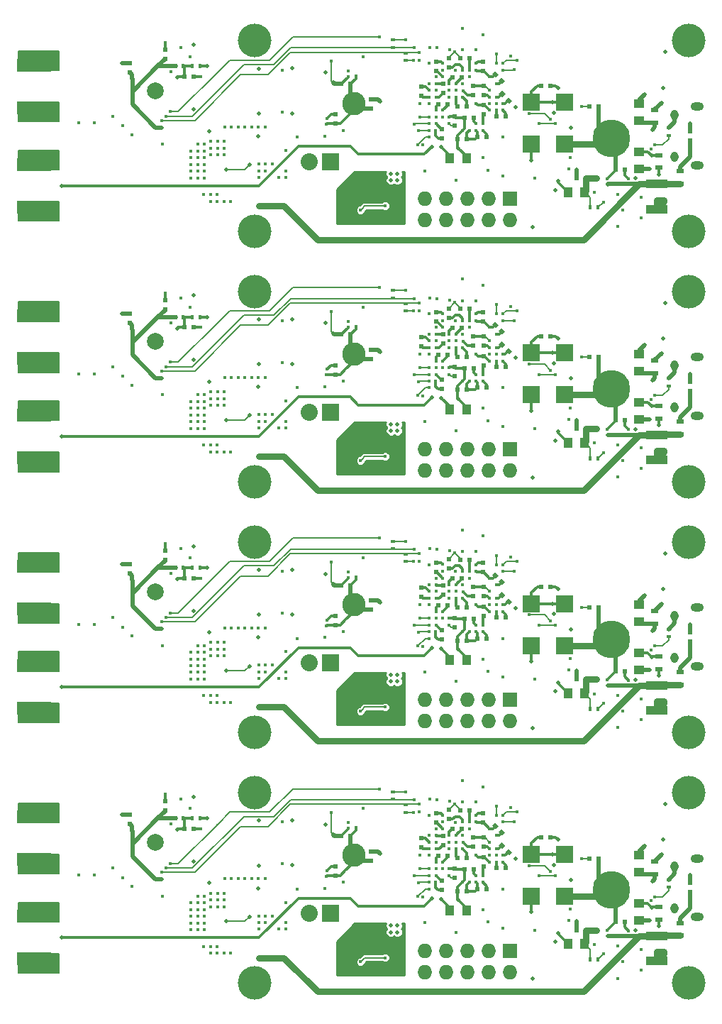
<source format=gbr>
G04 #@! TF.FileFunction,Copper,L4,Bot,Signal*
%FSLAX46Y46*%
G04 Gerber Fmt 4.6, Leading zero omitted, Abs format (unit mm)*
G04 Created by KiCad (PCBNEW 4.0.4-stable) date Sun Dec  4 22:44:24 2016*
%MOMM*%
%LPD*%
G01*
G04 APERTURE LIST*
%ADD10C,0.050000*%
%ADD11R,0.600000X0.400000*%
%ADD12R,0.500000X0.600000*%
%ADD13R,0.600000X0.500000*%
%ADD14R,0.400000X0.600000*%
%ADD15R,1.000000X1.250000*%
%ADD16R,2.000000X2.000000*%
%ADD17R,2.500000X1.000000*%
%ADD18R,0.900000X0.500000*%
%ADD19R,1.250000X1.000000*%
%ADD20C,0.450000*%
%ADD21C,4.000000*%
%ADD22R,2.032000X2.032000*%
%ADD23O,2.032000X2.032000*%
%ADD24R,1.727200X1.727200*%
%ADD25O,1.727200X1.727200*%
%ADD26O,0.950000X1.250000*%
%ADD27O,1.550000X1.000000*%
%ADD28R,4.064000X1.524000*%
%ADD29C,0.400000*%
%ADD30C,0.500000*%
%ADD31C,4.500000*%
%ADD32C,2.800000*%
%ADD33C,2.000000*%
%ADD34C,0.300000*%
%ADD35C,0.500000*%
%ADD36C,0.150000*%
%ADD37C,0.800000*%
%ADD38C,0.200000*%
%ADD39C,0.250000*%
G04 APERTURE END LIST*
D10*
D11*
X61550000Y-79150000D03*
X61550000Y-78250000D03*
X60050000Y-76700000D03*
X60050000Y-77600000D03*
D12*
X53200000Y-85600000D03*
X53200000Y-86700000D03*
D13*
X53850000Y-81950000D03*
X54950000Y-81950000D03*
D12*
X57400000Y-83800000D03*
X57400000Y-84900000D03*
X63400000Y-83350000D03*
X63400000Y-82250000D03*
D14*
X34100000Y-109750000D03*
X35000000Y-109750000D03*
X36100000Y-109750000D03*
X37000000Y-109750000D03*
D12*
X28650000Y-110450000D03*
X28650000Y-109350000D03*
D13*
X35150000Y-111000000D03*
X36250000Y-111000000D03*
D12*
X32800000Y-108850000D03*
X32800000Y-107750000D03*
X28650000Y-80550000D03*
X28650000Y-79450000D03*
D14*
X36100000Y-79850000D03*
X37000000Y-79850000D03*
X34100000Y-79850000D03*
X35000000Y-79850000D03*
D12*
X32800000Y-78950000D03*
X32800000Y-77850000D03*
D13*
X35150000Y-81100000D03*
X36250000Y-81100000D03*
D12*
X65150000Y-80400000D03*
X65150000Y-79300000D03*
D13*
X67100000Y-81150000D03*
X68200000Y-81150000D03*
X65400000Y-84350000D03*
X66500000Y-84350000D03*
D12*
X69550000Y-83250000D03*
X69550000Y-82150000D03*
X66000000Y-83050000D03*
X66000000Y-81950000D03*
X67400000Y-86950000D03*
X67400000Y-85850000D03*
D13*
X69700000Y-85950000D03*
X68600000Y-85950000D03*
X67750000Y-84600000D03*
X68850000Y-84600000D03*
D12*
X70850000Y-84500000D03*
X70850000Y-85600000D03*
D15*
X66800000Y-90850000D03*
X68800000Y-90850000D03*
D13*
X70100000Y-88300000D03*
X71200000Y-88300000D03*
X68850000Y-88550000D03*
X67750000Y-88550000D03*
D12*
X65850000Y-87350000D03*
X65850000Y-88450000D03*
D10*
G36*
X71872182Y-80725736D02*
X72225736Y-80372182D01*
X72650000Y-80796446D01*
X72296446Y-81150000D01*
X71872182Y-80725736D01*
X71872182Y-80725736D01*
G37*
G36*
X72650000Y-81503554D02*
X73003554Y-81150000D01*
X73427818Y-81574264D01*
X73074264Y-81927818D01*
X72650000Y-81503554D01*
X72650000Y-81503554D01*
G37*
D12*
X70850000Y-83250000D03*
X70850000Y-82150000D03*
D13*
X69200000Y-78900000D03*
X68100000Y-78900000D03*
D12*
X70750000Y-80400000D03*
X70750000Y-79300000D03*
X66725000Y-79950000D03*
X66725000Y-78850000D03*
D11*
X61550000Y-109050000D03*
X61550000Y-108150000D03*
D12*
X65150000Y-110300000D03*
X65150000Y-109200000D03*
X66725000Y-109850000D03*
X66725000Y-108750000D03*
D11*
X60050000Y-106600000D03*
X60050000Y-107500000D03*
D12*
X53200000Y-115500000D03*
X53200000Y-116600000D03*
X63400000Y-113250000D03*
X63400000Y-112150000D03*
D13*
X53850000Y-111850000D03*
X54950000Y-111850000D03*
D12*
X57400000Y-113700000D03*
X57400000Y-114800000D03*
D13*
X65400000Y-114250000D03*
X66500000Y-114250000D03*
D10*
G36*
X71872182Y-110625736D02*
X72225736Y-110272182D01*
X72650000Y-110696446D01*
X72296446Y-111050000D01*
X71872182Y-110625736D01*
X71872182Y-110625736D01*
G37*
G36*
X72650000Y-111403554D02*
X73003554Y-111050000D01*
X73427818Y-111474264D01*
X73074264Y-111827818D01*
X72650000Y-111403554D01*
X72650000Y-111403554D01*
G37*
D12*
X70750000Y-110300000D03*
X70750000Y-109200000D03*
D13*
X69200000Y-108800000D03*
X68100000Y-108800000D03*
X67100000Y-111050000D03*
X68200000Y-111050000D03*
D12*
X69550000Y-113150000D03*
X69550000Y-112050000D03*
X70850000Y-113150000D03*
X70850000Y-112050000D03*
X66000000Y-112950000D03*
X66000000Y-111850000D03*
D16*
X76550000Y-114050000D03*
X76550000Y-119050000D03*
X80550000Y-114050000D03*
X80550000Y-119050000D03*
D13*
X77750000Y-112050000D03*
X78850000Y-112050000D03*
D10*
G36*
X72672182Y-112975736D02*
X73025736Y-112622182D01*
X73450000Y-113046446D01*
X73096446Y-113400000D01*
X72672182Y-112975736D01*
X72672182Y-112975736D01*
G37*
G36*
X73450000Y-113753554D02*
X73803554Y-113400000D01*
X74227818Y-113824264D01*
X73874264Y-114177818D01*
X73450000Y-113753554D01*
X73450000Y-113753554D01*
G37*
D13*
X72400000Y-115700000D03*
X73500000Y-115700000D03*
X69700000Y-115850000D03*
X68600000Y-115850000D03*
D12*
X70850000Y-114400000D03*
X70850000Y-115500000D03*
D13*
X67750000Y-114500000D03*
X68850000Y-114500000D03*
D12*
X67400000Y-116850000D03*
X67400000Y-115750000D03*
D15*
X66800000Y-120750000D03*
X68800000Y-120750000D03*
D13*
X70100000Y-118200000D03*
X71200000Y-118200000D03*
D12*
X65850000Y-117250000D03*
X65850000Y-118350000D03*
D13*
X68850000Y-118450000D03*
X67750000Y-118450000D03*
X83050000Y-123100000D03*
X81950000Y-123100000D03*
D15*
X82900000Y-124750000D03*
X80900000Y-124750000D03*
D14*
X83550000Y-126600000D03*
X84450000Y-126600000D03*
D17*
X91500000Y-123800000D03*
X91500000Y-126800000D03*
D13*
X87700000Y-122100000D03*
X86600000Y-122100000D03*
D18*
X94300000Y-122250000D03*
X94300000Y-123750000D03*
D19*
X89375000Y-119950000D03*
X89375000Y-121950000D03*
D18*
X91800000Y-121850000D03*
X91800000Y-120350000D03*
D13*
X83450000Y-114550000D03*
X84550000Y-114550000D03*
D12*
X95500000Y-118600000D03*
X95500000Y-117500000D03*
D18*
X91275000Y-114950000D03*
X91275000Y-116450000D03*
D19*
X89400000Y-116200000D03*
X89400000Y-114200000D03*
D11*
X92950000Y-118000000D03*
X92950000Y-117100000D03*
D17*
X91500000Y-93900000D03*
X91500000Y-96900000D03*
D19*
X89375000Y-90050000D03*
X89375000Y-92050000D03*
D18*
X94300000Y-92350000D03*
X94300000Y-93850000D03*
X91800000Y-91950000D03*
X91800000Y-90450000D03*
D19*
X89400000Y-86300000D03*
X89400000Y-84300000D03*
D12*
X95500000Y-88700000D03*
X95500000Y-87600000D03*
D11*
X92950000Y-88100000D03*
X92950000Y-87200000D03*
D18*
X91275000Y-85050000D03*
X91275000Y-86550000D03*
D13*
X83050000Y-93200000D03*
X81950000Y-93200000D03*
D14*
X83550000Y-96700000D03*
X84450000Y-96700000D03*
D13*
X87700000Y-92200000D03*
X86600000Y-92200000D03*
D15*
X82900000Y-94850000D03*
X80900000Y-94850000D03*
D13*
X72400000Y-85800000D03*
X73500000Y-85800000D03*
D16*
X76550000Y-84150000D03*
X76550000Y-89150000D03*
X80550000Y-84150000D03*
X80550000Y-89150000D03*
D10*
G36*
X72672182Y-83075736D02*
X73025736Y-82722182D01*
X73450000Y-83146446D01*
X73096446Y-83500000D01*
X72672182Y-83075736D01*
X72672182Y-83075736D01*
G37*
G36*
X73450000Y-83853554D02*
X73803554Y-83500000D01*
X74227818Y-83924264D01*
X73874264Y-84277818D01*
X73450000Y-83853554D01*
X73450000Y-83853554D01*
G37*
D13*
X77750000Y-82150000D03*
X78850000Y-82150000D03*
X83450000Y-84650000D03*
X84550000Y-84650000D03*
D20*
X36700000Y-89950000D03*
X38300000Y-90400000D03*
X37500000Y-90750000D03*
X37500000Y-89950000D03*
X35900000Y-89950000D03*
X36700000Y-90750000D03*
X37500000Y-91550000D03*
X35900000Y-91550000D03*
X35900000Y-90750000D03*
X36700000Y-91550000D03*
X37500000Y-92350000D03*
X35900000Y-92350000D03*
X36700000Y-92350000D03*
X37500000Y-93150000D03*
X37450000Y-95150000D03*
X44000000Y-93100000D03*
X46400000Y-93100000D03*
X47200000Y-93100000D03*
X47200000Y-92300000D03*
X40650000Y-95950000D03*
X39850000Y-95950000D03*
X39050000Y-95150000D03*
X55500000Y-93350000D03*
X54300000Y-94950000D03*
X55100000Y-94150000D03*
X54300000Y-94150000D03*
X55100000Y-94950000D03*
X54700000Y-96550000D03*
X55100000Y-95750000D03*
X55900000Y-94950000D03*
X55900000Y-95750000D03*
X54300000Y-95750000D03*
X54700000Y-97350000D03*
X60600000Y-98000000D03*
X60600000Y-97200000D03*
X59800000Y-98000000D03*
X59800000Y-97200000D03*
X56300000Y-93350000D03*
X55900000Y-94150000D03*
X57100000Y-93350000D03*
X55500000Y-123250000D03*
X57100000Y-123250000D03*
X56300000Y-123250000D03*
X55900000Y-124850000D03*
X55900000Y-124050000D03*
X55100000Y-124050000D03*
X54300000Y-124050000D03*
X55100000Y-124850000D03*
X54300000Y-124850000D03*
X55100000Y-125650000D03*
X53900000Y-126450000D03*
X54700000Y-127250000D03*
X54700000Y-126450000D03*
X53900000Y-127250000D03*
X54300000Y-125650000D03*
X60600000Y-127100000D03*
X59800000Y-127100000D03*
X59800000Y-127900000D03*
X60600000Y-127900000D03*
X55900000Y-125650000D03*
D21*
X43550000Y-129400000D03*
D20*
X39850000Y-125850000D03*
X40650000Y-125850000D03*
X43950000Y-116950000D03*
X43150000Y-116950000D03*
X44750000Y-116950000D03*
X39950000Y-116950000D03*
X41550000Y-116950000D03*
X40750000Y-116950000D03*
X42350000Y-116950000D03*
D22*
X52550000Y-121100000D03*
D23*
X50010000Y-121100000D03*
D20*
X46400000Y-123000000D03*
X47200000Y-119800000D03*
X47200000Y-123000000D03*
X47200000Y-122200000D03*
X44000000Y-123000000D03*
X44800000Y-122200000D03*
X44000000Y-122200000D03*
X45600000Y-121400000D03*
X44000000Y-121400000D03*
X44800000Y-121400000D03*
X35900000Y-123050000D03*
X35900000Y-119850000D03*
X36700000Y-119050000D03*
X36700000Y-119850000D03*
X37500000Y-120650000D03*
X36700000Y-121450000D03*
X37500000Y-121450000D03*
X36700000Y-120650000D03*
X37500000Y-119850000D03*
X38250000Y-125050000D03*
X39050000Y-125050000D03*
X39050000Y-125850000D03*
X35900000Y-122250000D03*
X37450000Y-125050000D03*
X35900000Y-120650000D03*
X35900000Y-121450000D03*
X39900000Y-120300000D03*
X39900000Y-119500000D03*
X39900000Y-118700000D03*
X39100000Y-120300000D03*
X39100000Y-119500000D03*
X38300000Y-120300000D03*
X37500000Y-123050000D03*
X36700000Y-122250000D03*
X37500000Y-122250000D03*
X36700000Y-123050000D03*
X38300000Y-118700000D03*
X39100000Y-118700000D03*
X38300000Y-119500000D03*
X37500000Y-119050000D03*
D21*
X43550000Y-106700000D03*
D20*
X53900000Y-97350000D03*
D21*
X43550000Y-99500000D03*
D20*
X53900000Y-96550000D03*
D22*
X52550000Y-91200000D03*
D23*
X50010000Y-91200000D03*
D24*
X73980000Y-95660000D03*
D25*
X73980000Y-98200000D03*
X71440000Y-95660000D03*
X71440000Y-98200000D03*
X68900000Y-95660000D03*
X68900000Y-98200000D03*
X66360000Y-95660000D03*
X66360000Y-98200000D03*
X63820000Y-95660000D03*
X63820000Y-98200000D03*
D21*
X95300000Y-129400000D03*
D26*
X93650000Y-120550000D03*
X93650000Y-115550000D03*
D27*
X96350000Y-121550000D03*
X96350000Y-114550000D03*
D21*
X95300000Y-106700000D03*
D24*
X73980000Y-125560000D03*
D25*
X73980000Y-128100000D03*
X71440000Y-125560000D03*
X71440000Y-128100000D03*
X68900000Y-125560000D03*
X68900000Y-128100000D03*
X66360000Y-125560000D03*
X66360000Y-128100000D03*
X63820000Y-125560000D03*
X63820000Y-128100000D03*
D26*
X93650000Y-90650000D03*
X93650000Y-85650000D03*
D27*
X96350000Y-91650000D03*
X96350000Y-84650000D03*
D21*
X95300000Y-99500000D03*
X95300000Y-76800000D03*
D20*
X38300000Y-88800000D03*
X38300000Y-89600000D03*
X36700000Y-89150000D03*
X37500000Y-89150000D03*
X39100000Y-88800000D03*
X39900000Y-88800000D03*
X40750000Y-87050000D03*
X39950000Y-87050000D03*
X39100000Y-89600000D03*
X39900000Y-89600000D03*
X39100000Y-90400000D03*
X39900000Y-90400000D03*
X45600000Y-91500000D03*
X47200000Y-89900000D03*
X44000000Y-91500000D03*
X44800000Y-91500000D03*
X44800000Y-92300000D03*
X44000000Y-92300000D03*
D21*
X43550000Y-76800000D03*
D20*
X44750000Y-87050000D03*
X43950000Y-87050000D03*
X43150000Y-87050000D03*
X42350000Y-87050000D03*
X41550000Y-87050000D03*
X39050000Y-95950000D03*
X38250000Y-95950000D03*
X38250000Y-95150000D03*
X35900000Y-93150000D03*
X36700000Y-93150000D03*
X38250000Y-125850000D03*
X18250000Y-127800000D03*
X17450000Y-127800000D03*
X16650000Y-127800000D03*
X15850000Y-127800000D03*
X19850000Y-121700000D03*
X19050000Y-120100000D03*
X19850000Y-120900000D03*
X19850000Y-120100000D03*
X18250000Y-115950000D03*
X19850000Y-115950000D03*
X15850000Y-115950000D03*
X17450000Y-115950000D03*
X19050000Y-115950000D03*
X16650000Y-115950000D03*
D28*
X17200000Y-121460000D03*
X17200000Y-126540000D03*
D20*
X17450000Y-120100000D03*
X15850000Y-120100000D03*
X16650000Y-120100000D03*
X18250000Y-120100000D03*
X19850000Y-126200000D03*
X19850000Y-127000000D03*
X19050000Y-127800000D03*
X19850000Y-127800000D03*
X16650000Y-108250000D03*
X17450000Y-108250000D03*
X15850000Y-108250000D03*
X18250000Y-108250000D03*
X19850000Y-97100000D03*
X19850000Y-96300000D03*
X19050000Y-97900000D03*
X19850000Y-97900000D03*
X19850000Y-109850000D03*
X19850000Y-115150000D03*
X19850000Y-114350000D03*
D28*
X17200000Y-109610000D03*
X17200000Y-114690000D03*
D20*
X16650000Y-97900000D03*
X17450000Y-97900000D03*
X18250000Y-97900000D03*
X15850000Y-97900000D03*
D28*
X17200000Y-91560000D03*
X17200000Y-96640000D03*
D20*
X19850000Y-108250000D03*
X19050000Y-108250000D03*
X19850000Y-109050000D03*
X19850000Y-91000000D03*
X19850000Y-91800000D03*
X19850000Y-85250000D03*
X19850000Y-86050000D03*
X19850000Y-84450000D03*
X19050000Y-86050000D03*
X17450000Y-86050000D03*
X15850000Y-86050000D03*
X18250000Y-86050000D03*
D28*
X17200000Y-79710000D03*
X17200000Y-84790000D03*
D20*
X16650000Y-86050000D03*
X16650000Y-90200000D03*
X15850000Y-90200000D03*
X18250000Y-90200000D03*
X19050000Y-90200000D03*
X19850000Y-90200000D03*
X17450000Y-90200000D03*
X18250000Y-78350000D03*
X17450000Y-78350000D03*
X16650000Y-78350000D03*
X15850000Y-78350000D03*
X19050000Y-78350000D03*
X19850000Y-78350000D03*
X19850000Y-79950000D03*
X19850000Y-79150000D03*
D13*
X83050000Y-63300000D03*
X81950000Y-63300000D03*
D15*
X82900000Y-64950000D03*
X80900000Y-64950000D03*
D14*
X83550000Y-66800000D03*
X84450000Y-66800000D03*
D19*
X89375000Y-60150000D03*
X89375000Y-62150000D03*
D13*
X87700000Y-62300000D03*
X86600000Y-62300000D03*
D18*
X94300000Y-62450000D03*
X94300000Y-63950000D03*
X91800000Y-62050000D03*
X91800000Y-60550000D03*
D17*
X91500000Y-64000000D03*
X91500000Y-67000000D03*
D11*
X92950000Y-58200000D03*
X92950000Y-57300000D03*
D12*
X95500000Y-58800000D03*
X95500000Y-57700000D03*
D16*
X76550000Y-54250000D03*
X76550000Y-59250000D03*
X80550000Y-54250000D03*
X80550000Y-59250000D03*
D18*
X91275000Y-55150000D03*
X91275000Y-56650000D03*
D13*
X83450000Y-54750000D03*
X84550000Y-54750000D03*
D19*
X89400000Y-56400000D03*
X89400000Y-54400000D03*
D13*
X72400000Y-55900000D03*
X73500000Y-55900000D03*
X77750000Y-52250000D03*
X78850000Y-52250000D03*
D10*
G36*
X72672182Y-53175736D02*
X73025736Y-52822182D01*
X73450000Y-53246446D01*
X73096446Y-53600000D01*
X72672182Y-53175736D01*
X72672182Y-53175736D01*
G37*
G36*
X73450000Y-53953554D02*
X73803554Y-53600000D01*
X74227818Y-54024264D01*
X73874264Y-54377818D01*
X73450000Y-53953554D01*
X73450000Y-53953554D01*
G37*
G36*
X71872182Y-50825736D02*
X72225736Y-50472182D01*
X72650000Y-50896446D01*
X72296446Y-51250000D01*
X71872182Y-50825736D01*
X71872182Y-50825736D01*
G37*
G36*
X72650000Y-51603554D02*
X73003554Y-51250000D01*
X73427818Y-51674264D01*
X73074264Y-52027818D01*
X72650000Y-51603554D01*
X72650000Y-51603554D01*
G37*
D13*
X68850000Y-58650000D03*
X67750000Y-58650000D03*
D15*
X66800000Y-60950000D03*
X68800000Y-60950000D03*
D12*
X65850000Y-57450000D03*
X65850000Y-58550000D03*
D13*
X70100000Y-58400000D03*
X71200000Y-58400000D03*
D12*
X70850000Y-54600000D03*
X70850000Y-55700000D03*
X70750000Y-50500000D03*
X70750000Y-49400000D03*
X69550000Y-53350000D03*
X69550000Y-52250000D03*
X70850000Y-53350000D03*
X70850000Y-52250000D03*
D13*
X69200000Y-49000000D03*
X68100000Y-49000000D03*
X35150000Y-51200000D03*
X36250000Y-51200000D03*
D12*
X32800000Y-49050000D03*
X32800000Y-47950000D03*
D14*
X36100000Y-49950000D03*
X37000000Y-49950000D03*
D12*
X28650000Y-50650000D03*
X28650000Y-49550000D03*
D14*
X34100000Y-49950000D03*
X35000000Y-49950000D03*
D13*
X67100000Y-51250000D03*
X68200000Y-51250000D03*
D12*
X66725000Y-50050000D03*
X66725000Y-48950000D03*
X65150000Y-50500000D03*
X65150000Y-49400000D03*
D13*
X65400000Y-54450000D03*
X66500000Y-54450000D03*
D12*
X53200000Y-55700000D03*
X53200000Y-56800000D03*
X57400000Y-53900000D03*
X57400000Y-55000000D03*
D13*
X53850000Y-52050000D03*
X54950000Y-52050000D03*
D12*
X63400000Y-53450000D03*
X63400000Y-52350000D03*
D11*
X61550000Y-49250000D03*
X61550000Y-48350000D03*
X60050000Y-46800000D03*
X60050000Y-47700000D03*
D12*
X67400000Y-57050000D03*
X67400000Y-55950000D03*
D13*
X69700000Y-56050000D03*
X68600000Y-56050000D03*
X67750000Y-54700000D03*
X68850000Y-54700000D03*
D12*
X66000000Y-53150000D03*
X66000000Y-52050000D03*
D21*
X95300000Y-46900000D03*
X95300000Y-69600000D03*
D26*
X93650000Y-60750000D03*
X93650000Y-55750000D03*
D27*
X96350000Y-61750000D03*
X96350000Y-54750000D03*
D20*
X60600000Y-67300000D03*
X59800000Y-67300000D03*
X59800000Y-68100000D03*
X60600000Y-68100000D03*
D24*
X73980000Y-65760000D03*
D25*
X73980000Y-68300000D03*
X71440000Y-65760000D03*
X71440000Y-68300000D03*
X68900000Y-65760000D03*
X68900000Y-68300000D03*
X66360000Y-65760000D03*
X66360000Y-68300000D03*
X63820000Y-65760000D03*
X63820000Y-68300000D03*
D20*
X54300000Y-64250000D03*
X54300000Y-65050000D03*
X55100000Y-64250000D03*
X55100000Y-65050000D03*
X55500000Y-63450000D03*
X55900000Y-64250000D03*
X54300000Y-65850000D03*
X55900000Y-65850000D03*
X55100000Y-65850000D03*
X55900000Y-65050000D03*
X56300000Y-63450000D03*
X57100000Y-63450000D03*
X53900000Y-66650000D03*
D22*
X52550000Y-61300000D03*
D23*
X50010000Y-61300000D03*
D20*
X54700000Y-66650000D03*
X54700000Y-67450000D03*
X53900000Y-67450000D03*
X40650000Y-66050000D03*
X39850000Y-66050000D03*
X39050000Y-66050000D03*
X35900000Y-62450000D03*
X36700000Y-62450000D03*
X36700000Y-63250000D03*
X35900000Y-63250000D03*
X39050000Y-65250000D03*
X38250000Y-66050000D03*
X37500000Y-63250000D03*
X38250000Y-65250000D03*
X37450000Y-65250000D03*
X38300000Y-60500000D03*
X37500000Y-61650000D03*
X37500000Y-62450000D03*
D21*
X43550000Y-69600000D03*
D20*
X47200000Y-60000000D03*
X47200000Y-62400000D03*
X47200000Y-63200000D03*
X46400000Y-63200000D03*
X45600000Y-61600000D03*
X44000000Y-63200000D03*
X43150000Y-57150000D03*
X44750000Y-57150000D03*
X43950000Y-57150000D03*
X42350000Y-57150000D03*
X41550000Y-57150000D03*
X39950000Y-57150000D03*
X40750000Y-57150000D03*
X39100000Y-60500000D03*
X39100000Y-59700000D03*
X39100000Y-58900000D03*
X39900000Y-58900000D03*
X39900000Y-59700000D03*
X39900000Y-60500000D03*
X44800000Y-62400000D03*
X44000000Y-62400000D03*
X44800000Y-61600000D03*
X44000000Y-61600000D03*
D21*
X43550000Y-46900000D03*
D20*
X35900000Y-60850000D03*
X36700000Y-60850000D03*
X36700000Y-61650000D03*
X35900000Y-61650000D03*
X37500000Y-60850000D03*
X37500000Y-59250000D03*
X37500000Y-60050000D03*
X38300000Y-58900000D03*
X38300000Y-59700000D03*
X36700000Y-60050000D03*
X35900000Y-60050000D03*
X36700000Y-59250000D03*
X17450000Y-48450000D03*
X15850000Y-48450000D03*
X18250000Y-48450000D03*
X16650000Y-48450000D03*
D28*
X17200000Y-49810000D03*
X17200000Y-54890000D03*
D20*
X19850000Y-50050000D03*
X19050000Y-48450000D03*
X19850000Y-48450000D03*
X19850000Y-49250000D03*
X19850000Y-54550000D03*
X19850000Y-56150000D03*
X19850000Y-55350000D03*
X19850000Y-68000000D03*
X16650000Y-68000000D03*
X18250000Y-68000000D03*
X17450000Y-68000000D03*
X19850000Y-66400000D03*
X19850000Y-67200000D03*
X18250000Y-56150000D03*
X19050000Y-56150000D03*
X15850000Y-56150000D03*
X17450000Y-56150000D03*
X16650000Y-56150000D03*
X15850000Y-68000000D03*
X19050000Y-68000000D03*
D28*
X17200000Y-61660000D03*
X17200000Y-66740000D03*
D20*
X19050000Y-60300000D03*
X19850000Y-61900000D03*
X19850000Y-60300000D03*
X19850000Y-61100000D03*
X16650000Y-60300000D03*
X17450000Y-60300000D03*
X15850000Y-60300000D03*
X18250000Y-60300000D03*
D22*
X52550000Y-31400000D03*
D23*
X50010000Y-31400000D03*
D21*
X43550000Y-17000000D03*
X43550000Y-39700000D03*
X95300000Y-39700000D03*
D20*
X37500000Y-29350000D03*
X36700000Y-29350000D03*
X17450000Y-26250000D03*
X18250000Y-26250000D03*
X19850000Y-26250000D03*
X16650000Y-26250000D03*
X19050000Y-26250000D03*
X15850000Y-26250000D03*
X19850000Y-24650000D03*
X19850000Y-25450000D03*
X15850000Y-18550000D03*
X16650000Y-18550000D03*
X18250000Y-18550000D03*
X17450000Y-18550000D03*
X19050000Y-18550000D03*
X19850000Y-20150000D03*
X19850000Y-19350000D03*
X19850000Y-18550000D03*
X19850000Y-36500000D03*
X19850000Y-38100000D03*
X19850000Y-37300000D03*
X19050000Y-38100000D03*
X15850000Y-38100000D03*
X16650000Y-38100000D03*
X18250000Y-38100000D03*
X17450000Y-38100000D03*
X19850000Y-32000000D03*
X19850000Y-31200000D03*
X19050000Y-30400000D03*
X19850000Y-30400000D03*
X18250000Y-30400000D03*
X16650000Y-30400000D03*
X17450000Y-30400000D03*
X15850000Y-30400000D03*
X60600000Y-38200000D03*
X59800000Y-38200000D03*
X59800000Y-37400000D03*
X60600000Y-37400000D03*
X57100000Y-33550000D03*
X55500000Y-33550000D03*
X56300000Y-33550000D03*
X54700000Y-36750000D03*
X53900000Y-37550000D03*
X53900000Y-36750000D03*
X54700000Y-37550000D03*
X54300000Y-35150000D03*
X55900000Y-35150000D03*
X55900000Y-35950000D03*
X55100000Y-35950000D03*
X54300000Y-35950000D03*
X55100000Y-35150000D03*
X55900000Y-34350000D03*
X55100000Y-34350000D03*
X54300000Y-34350000D03*
X44750000Y-27250000D03*
X43950000Y-27250000D03*
X43150000Y-27250000D03*
X42350000Y-27250000D03*
X41550000Y-27250000D03*
X40750000Y-27250000D03*
X39950000Y-27250000D03*
X39100000Y-29000000D03*
X39900000Y-29000000D03*
X38300000Y-29000000D03*
X39050000Y-35350000D03*
X40650000Y-36150000D03*
X39850000Y-36150000D03*
X39050000Y-36150000D03*
X47200000Y-30100000D03*
X47200000Y-32500000D03*
X46400000Y-33300000D03*
X47200000Y-33300000D03*
X44800000Y-32500000D03*
X44000000Y-33300000D03*
X44000000Y-32500000D03*
X44000000Y-31700000D03*
X45600000Y-31700000D03*
X44800000Y-31700000D03*
X38300000Y-29800000D03*
X39900000Y-29800000D03*
X39100000Y-29800000D03*
X39100000Y-30600000D03*
X39900000Y-30600000D03*
X38300000Y-30600000D03*
X38250000Y-36150000D03*
X38250000Y-35350000D03*
X37450000Y-35350000D03*
X37500000Y-33350000D03*
X36700000Y-33350000D03*
X35900000Y-33350000D03*
X37500000Y-32550000D03*
X36700000Y-32550000D03*
X35900000Y-32550000D03*
X37500000Y-31750000D03*
X36700000Y-31750000D03*
X35900000Y-31750000D03*
X37500000Y-30950000D03*
X36700000Y-30950000D03*
X35900000Y-30950000D03*
X37500000Y-30150000D03*
X36700000Y-30150000D03*
D12*
X32800000Y-19150000D03*
X32800000Y-18050000D03*
X28650000Y-20750000D03*
X28650000Y-19650000D03*
X53200000Y-25800000D03*
X53200000Y-26900000D03*
X57400000Y-24000000D03*
X57400000Y-25100000D03*
D13*
X53850000Y-22150000D03*
X54950000Y-22150000D03*
D12*
X95500000Y-28900000D03*
X95500000Y-27800000D03*
D17*
X91500000Y-34100000D03*
X91500000Y-37100000D03*
D19*
X89375000Y-30250000D03*
X89375000Y-32250000D03*
X89400000Y-26500000D03*
X89400000Y-24500000D03*
D15*
X82900000Y-35050000D03*
X80900000Y-35050000D03*
D13*
X83450000Y-24850000D03*
X84550000Y-24850000D03*
X83050000Y-33400000D03*
X81950000Y-33400000D03*
X87700000Y-32400000D03*
X86600000Y-32400000D03*
D15*
X66800000Y-31050000D03*
X68800000Y-31050000D03*
D13*
X67750000Y-24800000D03*
X68850000Y-24800000D03*
D12*
X69550000Y-23450000D03*
X69550000Y-22350000D03*
D13*
X67100000Y-21350000D03*
X68200000Y-21350000D03*
D12*
X65150000Y-20600000D03*
X65150000Y-19500000D03*
D10*
G36*
X71872182Y-20925736D02*
X72225736Y-20572182D01*
X72650000Y-20996446D01*
X72296446Y-21350000D01*
X71872182Y-20925736D01*
X71872182Y-20925736D01*
G37*
G36*
X72650000Y-21703554D02*
X73003554Y-21350000D01*
X73427818Y-21774264D01*
X73074264Y-22127818D01*
X72650000Y-21703554D01*
X72650000Y-21703554D01*
G37*
D12*
X67400000Y-27150000D03*
X67400000Y-26050000D03*
D28*
X17200000Y-19910000D03*
X17200000Y-24990000D03*
D26*
X93650000Y-30850000D03*
X93650000Y-25850000D03*
D27*
X96350000Y-31850000D03*
X96350000Y-24850000D03*
D24*
X73980000Y-35860000D03*
D25*
X73980000Y-38400000D03*
X71440000Y-35860000D03*
X71440000Y-38400000D03*
X68900000Y-35860000D03*
X68900000Y-38400000D03*
X66360000Y-35860000D03*
X66360000Y-38400000D03*
X63820000Y-35860000D03*
X63820000Y-38400000D03*
D14*
X34100000Y-20050000D03*
X35000000Y-20050000D03*
X36100000Y-20050000D03*
X37000000Y-20050000D03*
X83550000Y-36900000D03*
X84450000Y-36900000D03*
D11*
X92950000Y-28300000D03*
X92950000Y-27400000D03*
D18*
X94300000Y-32550000D03*
X94300000Y-34050000D03*
X91800000Y-32150000D03*
X91800000Y-30650000D03*
X91275000Y-25250000D03*
X91275000Y-26750000D03*
D28*
X17200000Y-31760000D03*
X17200000Y-36840000D03*
D12*
X70850000Y-23450000D03*
X70850000Y-22350000D03*
X70850000Y-24700000D03*
X70850000Y-25800000D03*
D13*
X65400000Y-24550000D03*
X66500000Y-24550000D03*
D12*
X65850000Y-27550000D03*
X65850000Y-28650000D03*
X66000000Y-23250000D03*
X66000000Y-22150000D03*
X63400000Y-23550000D03*
X63400000Y-22450000D03*
D13*
X72400000Y-26000000D03*
X73500000Y-26000000D03*
D10*
G36*
X72672182Y-23275736D02*
X73025736Y-22922182D01*
X73450000Y-23346446D01*
X73096446Y-23700000D01*
X72672182Y-23275736D01*
X72672182Y-23275736D01*
G37*
G36*
X73450000Y-24053554D02*
X73803554Y-23700000D01*
X74227818Y-24124264D01*
X73874264Y-24477818D01*
X73450000Y-24053554D01*
X73450000Y-24053554D01*
G37*
D13*
X69700000Y-26150000D03*
X68600000Y-26150000D03*
X68850000Y-28750000D03*
X67750000Y-28750000D03*
X70100000Y-28500000D03*
X71200000Y-28500000D03*
D12*
X66725000Y-20150000D03*
X66725000Y-19050000D03*
D13*
X69200000Y-19100000D03*
X68100000Y-19100000D03*
D12*
X70750000Y-20600000D03*
X70750000Y-19500000D03*
D13*
X35150000Y-21300000D03*
X36250000Y-21300000D03*
D11*
X60050000Y-16900000D03*
X60050000Y-17800000D03*
X61550000Y-19350000D03*
X61550000Y-18450000D03*
D20*
X35900000Y-30150000D03*
D21*
X95300000Y-17000000D03*
D16*
X76550000Y-24350000D03*
X76550000Y-29350000D03*
X80550000Y-24350000D03*
X80550000Y-29350000D03*
D13*
X77750000Y-22350000D03*
X78850000Y-22350000D03*
D29*
X63599479Y-119149479D03*
D30*
X67800000Y-119500000D03*
D29*
X65138910Y-117411090D03*
X66750000Y-115800000D03*
X65950000Y-115000000D03*
D30*
X57700000Y-125400000D03*
D29*
X70750000Y-116600000D03*
X70750000Y-117400000D03*
X68350000Y-117400000D03*
D30*
X76700000Y-128900000D03*
D29*
X81950000Y-122075000D03*
D30*
X79750000Y-123450000D03*
D29*
X76950000Y-123100000D03*
D30*
X91500000Y-125700000D03*
X92400000Y-125700000D03*
D29*
X89650000Y-125400000D03*
X87450000Y-126900000D03*
X85600000Y-123150000D03*
X84100000Y-124800000D03*
X73150000Y-118200000D03*
D30*
X90675000Y-121950000D03*
D29*
X90850000Y-119600000D03*
D30*
X92550000Y-108050000D03*
X92300000Y-112300000D03*
X95500000Y-116550000D03*
D29*
X90100000Y-113075000D03*
X74050000Y-108500000D03*
D30*
X79719124Y-112330876D03*
D29*
X81200000Y-120600000D03*
D31*
X86100000Y-118350000D03*
D29*
X65961090Y-109388910D03*
X65150000Y-111800000D03*
X65150000Y-111000000D03*
X64350000Y-111800000D03*
X56500000Y-108600000D03*
X54100000Y-117400000D03*
X55575000Y-110900000D03*
X63150000Y-109000000D03*
X64350000Y-112600000D03*
X65150000Y-112600000D03*
X70800000Y-106000000D03*
X69950000Y-109400000D03*
X67425000Y-108025000D03*
X72350000Y-111800000D03*
X71550000Y-112600000D03*
X73150000Y-114200000D03*
X73150000Y-115000000D03*
X68350000Y-113400000D03*
X67550000Y-111800000D03*
D30*
X92300000Y-82400000D03*
D29*
X90100000Y-83175000D03*
D30*
X92550000Y-78150000D03*
D29*
X90850000Y-89700000D03*
X74050000Y-78600000D03*
D30*
X79719124Y-82430876D03*
D31*
X86100000Y-88450000D03*
D30*
X95500000Y-86650000D03*
D29*
X81200000Y-90700000D03*
X71550000Y-82700000D03*
X72350000Y-81900000D03*
X73150000Y-85100000D03*
X73150000Y-84300000D03*
X67550000Y-81900000D03*
X68350000Y-83500000D03*
X65150000Y-81900000D03*
X64350000Y-82700000D03*
X65150000Y-81100000D03*
X64350000Y-81900000D03*
X65150000Y-82700000D03*
X63150000Y-79100000D03*
X70800000Y-76100000D03*
X69950000Y-79500000D03*
X67425000Y-78125000D03*
X65961090Y-79488910D03*
X66750000Y-85900000D03*
X65138910Y-87511090D03*
X63599479Y-89249479D03*
X65950000Y-85100000D03*
D30*
X76700000Y-99000000D03*
D29*
X76950000Y-93200000D03*
X84100000Y-94900000D03*
X87450000Y-97000000D03*
D30*
X92400000Y-95800000D03*
D29*
X89650000Y-95500000D03*
D30*
X91500000Y-95800000D03*
D29*
X85600000Y-93250000D03*
X81950000Y-92175000D03*
D30*
X79750000Y-93550000D03*
X90675000Y-92050000D03*
D29*
X68350000Y-87500000D03*
D30*
X67800000Y-89600000D03*
D29*
X73150000Y-88300000D03*
X70750000Y-87500000D03*
X70750000Y-86700000D03*
D30*
X57700000Y-95500000D03*
X44000000Y-110050010D03*
X48000000Y-110000000D03*
X51950000Y-110500000D03*
D29*
X48600000Y-118200000D03*
X52100000Y-116675000D03*
D32*
X55350000Y-114200000D03*
D29*
X51900000Y-118100000D03*
X48600000Y-88300000D03*
D30*
X44000000Y-85500000D03*
X48000000Y-85450000D03*
X44000000Y-80150010D03*
X48000000Y-80100000D03*
D32*
X55350000Y-84300000D03*
D29*
X55575000Y-81000000D03*
X56500000Y-78700000D03*
D30*
X51950000Y-80600000D03*
D29*
X51900000Y-88200000D03*
X52100000Y-86775000D03*
X54100000Y-87500000D03*
D30*
X48000000Y-115350000D03*
X44000000Y-115400000D03*
X36250000Y-107200000D03*
D29*
X34700000Y-107500000D03*
X32800000Y-106900000D03*
X35800000Y-108600000D03*
X33525000Y-110425000D03*
X37100000Y-111000000D03*
D30*
X37800000Y-109750000D03*
D29*
X27700000Y-109350000D03*
D33*
X31637258Y-112655025D03*
D29*
X24400000Y-116525000D03*
X28850000Y-117900000D03*
X27750000Y-116850000D03*
X22500000Y-116525000D03*
X26600000Y-115700000D03*
X32500000Y-119050000D03*
D30*
X36196446Y-114896446D03*
D29*
X27750000Y-86950000D03*
X28850000Y-88000000D03*
X32500000Y-89150000D03*
D33*
X31637258Y-82755025D03*
D29*
X33525000Y-80525000D03*
X27700000Y-79450000D03*
X22500000Y-86625000D03*
X24400000Y-86625000D03*
X26600000Y-85800000D03*
X32800000Y-77000000D03*
D30*
X36250000Y-77300000D03*
X37800000Y-79850000D03*
D29*
X35800000Y-78700000D03*
X34700000Y-77600000D03*
X37100000Y-81100000D03*
D30*
X36196446Y-84996446D03*
D29*
X71550000Y-52800000D03*
X72350000Y-52000000D03*
X74050000Y-48700000D03*
X70800000Y-46200000D03*
X70750000Y-56800000D03*
X73150000Y-55200000D03*
X73150000Y-54400000D03*
D30*
X67800000Y-59700000D03*
D29*
X68350000Y-57600000D03*
X70750000Y-57600000D03*
X65138910Y-57611090D03*
X76950000Y-63300000D03*
X73150000Y-58400000D03*
D30*
X92400000Y-65900000D03*
X91500000Y-65900000D03*
D29*
X89650000Y-65600000D03*
X87450000Y-67100000D03*
X84100000Y-65000000D03*
X85600000Y-63350000D03*
D30*
X76700000Y-69100000D03*
D29*
X81950000Y-62275000D03*
D30*
X79750000Y-63650000D03*
X92550000Y-48250000D03*
X92300000Y-52500000D03*
D29*
X90100000Y-53275000D03*
D30*
X79719124Y-52530876D03*
D31*
X86100000Y-58550000D03*
D29*
X81200000Y-60800000D03*
X90850000Y-59800000D03*
D30*
X95500000Y-56750000D03*
X90675000Y-62150000D03*
X44000000Y-55600000D03*
X44000000Y-50250010D03*
X48000000Y-50200000D03*
X48000000Y-55550000D03*
X57700000Y-65600000D03*
D29*
X52100000Y-56875000D03*
X48600000Y-58400000D03*
X54100000Y-57600000D03*
X51900000Y-58300000D03*
X63599479Y-59349479D03*
X67425000Y-48225000D03*
X63150000Y-49200000D03*
D32*
X55350000Y-54400000D03*
D29*
X55575000Y-51100000D03*
X56500000Y-48800000D03*
D30*
X51950000Y-50700000D03*
D29*
X28850000Y-58100000D03*
X32500000Y-59250000D03*
X27750000Y-57050000D03*
X22500000Y-56725000D03*
X33525000Y-50625000D03*
X27700000Y-49550000D03*
D33*
X31637258Y-52855025D03*
D29*
X24400000Y-56725000D03*
X26600000Y-55900000D03*
D30*
X37800000Y-49950000D03*
D29*
X37100000Y-51200000D03*
D30*
X36250000Y-47400000D03*
D29*
X34700000Y-47700000D03*
X35800000Y-48800000D03*
X32800000Y-47100000D03*
D30*
X36196446Y-55096446D03*
D29*
X66750000Y-56000000D03*
X65950000Y-55200000D03*
X68350000Y-53600000D03*
X69950000Y-49600000D03*
X67550000Y-52000000D03*
X65961090Y-49588910D03*
X64350000Y-52800000D03*
X65150000Y-52800000D03*
X64350000Y-52000000D03*
X65150000Y-51200000D03*
X65150000Y-52000000D03*
D30*
X92550000Y-18350000D03*
X79719124Y-22630876D03*
X92400000Y-36000000D03*
X91500000Y-36000000D03*
X67800000Y-29800000D03*
X44000000Y-20350010D03*
X37800000Y-20050000D03*
X36250000Y-17500000D03*
D29*
X32800000Y-17200000D03*
X37100000Y-21300000D03*
X35800000Y-18900000D03*
X34700000Y-17800000D03*
X85600000Y-33450000D03*
X84100000Y-35100000D03*
X89650000Y-35700000D03*
X65150000Y-21300000D03*
X32500000Y-29350000D03*
X27700000Y-19650000D03*
X28850000Y-28200000D03*
X27750000Y-27150000D03*
X26600000Y-26000000D03*
X24400000Y-26825000D03*
X22500000Y-26825000D03*
X55575000Y-21200000D03*
X52100000Y-26975000D03*
X33525000Y-20725000D03*
D30*
X79750000Y-33750000D03*
X36196446Y-25196446D03*
X44000000Y-25700000D03*
X48000000Y-25650000D03*
X48000000Y-20300000D03*
X51950000Y-20800000D03*
X90675000Y-32250000D03*
D29*
X90850000Y-29900000D03*
X81200000Y-30900000D03*
X81950000Y-32375000D03*
X90100000Y-23375000D03*
D30*
X76700000Y-39200000D03*
D32*
X55350000Y-24500000D03*
D29*
X63150000Y-19300000D03*
X87450000Y-37200000D03*
X56500000Y-18900000D03*
X76950000Y-33400000D03*
X51900000Y-28400000D03*
X48600000Y-28500000D03*
X54100000Y-27700000D03*
D30*
X92300000Y-22600000D03*
D33*
X31637258Y-22955025D03*
D30*
X95500000Y-26850000D03*
X57700000Y-35700000D03*
D29*
X70800000Y-16300000D03*
X67425000Y-18325000D03*
X69950000Y-19700000D03*
X74050000Y-18800000D03*
X73150000Y-28500000D03*
D31*
X86100000Y-28650000D03*
D29*
X71550000Y-22900000D03*
X70750000Y-27700000D03*
X68350000Y-23700000D03*
X70750000Y-26900000D03*
X73150000Y-25300000D03*
X73150000Y-24500000D03*
X65950000Y-25300000D03*
X65150000Y-22100000D03*
X68350000Y-27700000D03*
X65138910Y-27711090D03*
X63599479Y-29449479D03*
X66750000Y-26100000D03*
X72350000Y-22100000D03*
X67550000Y-22100000D03*
X65961090Y-19688910D03*
X65150000Y-22900000D03*
X64350000Y-22100000D03*
X64350000Y-22900000D03*
X58525000Y-113950000D03*
X54663235Y-110963235D03*
X58525000Y-84050000D03*
X52650000Y-109100000D03*
X52875000Y-111700000D03*
X52125000Y-116000000D03*
D30*
X43950000Y-88200000D03*
D29*
X54663235Y-81063235D03*
X52875000Y-81800000D03*
X52650000Y-79200000D03*
X52125000Y-86100000D03*
D30*
X38125000Y-117500000D03*
X43950000Y-118100000D03*
X38125000Y-87600000D03*
X43950000Y-58300000D03*
D29*
X52125000Y-56200000D03*
X52875000Y-51900000D03*
X54663235Y-51163235D03*
X58525000Y-54150000D03*
X52650000Y-49300000D03*
D30*
X38125000Y-57700000D03*
D29*
X54663235Y-21263235D03*
X52650000Y-19400000D03*
X52875000Y-22000000D03*
X58525000Y-24250000D03*
X52125000Y-26300000D03*
D30*
X38125000Y-27800000D03*
X43950000Y-28400000D03*
D29*
X54675000Y-110275000D03*
X46800000Y-110200000D03*
X46800000Y-85300000D03*
X46800000Y-80300000D03*
X54675000Y-80375000D03*
X46800000Y-115200000D03*
X46800000Y-50400000D03*
X46800000Y-55400000D03*
X54675000Y-50475000D03*
X46800000Y-25500000D03*
X46800000Y-20500000D03*
X54675000Y-20575000D03*
D30*
X79400000Y-124500000D03*
D29*
X80975000Y-121950000D03*
X88150000Y-123200000D03*
D30*
X91800000Y-122650000D03*
D29*
X86900000Y-128850000D03*
D30*
X84350000Y-123100000D03*
D29*
X92100000Y-114075000D03*
D30*
X79050000Y-114050000D03*
D29*
X82500000Y-114550000D03*
D30*
X81300000Y-117100000D03*
X81300000Y-87200000D03*
D29*
X92100000Y-84175000D03*
D30*
X79050000Y-84150000D03*
D29*
X82500000Y-84650000D03*
D30*
X79400000Y-94600000D03*
D29*
X86900000Y-98950000D03*
D30*
X84350000Y-93200000D03*
D29*
X80975000Y-92050000D03*
D30*
X91800000Y-92750000D03*
D29*
X88150000Y-93300000D03*
X88150000Y-63400000D03*
D30*
X84350000Y-63300000D03*
D29*
X86900000Y-69050000D03*
X80975000Y-62150000D03*
D30*
X91800000Y-62850000D03*
X79400000Y-64700000D03*
D29*
X92100000Y-54275000D03*
D30*
X79050000Y-54250000D03*
D29*
X82500000Y-54750000D03*
D30*
X81300000Y-57300000D03*
X79050000Y-24350000D03*
D29*
X86900000Y-39150000D03*
D30*
X91800000Y-32950000D03*
D29*
X80975000Y-32250000D03*
X92100000Y-24375000D03*
X88150000Y-33500000D03*
D30*
X79400000Y-34800000D03*
X84350000Y-33400000D03*
X81300000Y-27400000D03*
D29*
X82500000Y-24850000D03*
D30*
X95500000Y-119500000D03*
X95500000Y-89600000D03*
X95500000Y-59700000D03*
X95500000Y-29800000D03*
X54100000Y-130450000D03*
X55100000Y-130450000D03*
X56100000Y-130450000D03*
X60100000Y-130450000D03*
X57100000Y-130450000D03*
X58100000Y-130450000D03*
D29*
X57100000Y-130450000D03*
D30*
X59100000Y-130450000D03*
D29*
X56150000Y-126899998D03*
X59100000Y-126400000D03*
D30*
X80300000Y-130450000D03*
D29*
X85650000Y-123850000D03*
D30*
X80300000Y-100550000D03*
D29*
X85650000Y-93950000D03*
D30*
X59100000Y-100550000D03*
X60100000Y-100550000D03*
D29*
X59100000Y-96500000D03*
X56150000Y-96999998D03*
D30*
X56100000Y-100550000D03*
X55100000Y-100550000D03*
D29*
X57100000Y-100550000D03*
D30*
X57100000Y-100550000D03*
X58100000Y-100550000D03*
X44850000Y-96500000D03*
X44050000Y-96500000D03*
X45550000Y-96500000D03*
X54100000Y-100550000D03*
X46950000Y-96500000D03*
X46250000Y-96500000D03*
X46250000Y-126400000D03*
X46950000Y-126400000D03*
X45550000Y-126400000D03*
X44050000Y-126400000D03*
X44850000Y-126400000D03*
D29*
X85650000Y-64050000D03*
D30*
X80300000Y-70650000D03*
X54100000Y-70650000D03*
X55100000Y-70650000D03*
X56100000Y-70650000D03*
X58100000Y-70650000D03*
X59100000Y-70650000D03*
X60100000Y-70650000D03*
D29*
X57100000Y-70650000D03*
D30*
X57100000Y-70650000D03*
X46950000Y-66600000D03*
X46250000Y-66600000D03*
X45550000Y-66600000D03*
X44050000Y-66600000D03*
X44850000Y-66600000D03*
D29*
X59100000Y-66600000D03*
X56150000Y-67099998D03*
D30*
X46950000Y-36700000D03*
X46250000Y-36700000D03*
X45550000Y-36700000D03*
X44850000Y-36700000D03*
X44050000Y-36700000D03*
D29*
X85650000Y-34150000D03*
D30*
X80300000Y-40750000D03*
D29*
X56150000Y-37199998D03*
D30*
X54100000Y-40750000D03*
X55100000Y-40750000D03*
X56100000Y-40750000D03*
X60100000Y-40750000D03*
X59100000Y-40750000D03*
X58100000Y-40750000D03*
X57100000Y-40750000D03*
D29*
X59100000Y-36700000D03*
X57100000Y-40750000D03*
D30*
X90900000Y-120400000D03*
X90900000Y-90500000D03*
X90900000Y-60600000D03*
X90900000Y-30700000D03*
D29*
X91000000Y-117300000D03*
X91000000Y-87400000D03*
X91000000Y-57500000D03*
X91000000Y-27600000D03*
D30*
X65799996Y-119400000D03*
D29*
X66750000Y-116600000D03*
X65950000Y-115800000D03*
X65150000Y-115800000D03*
X65150000Y-115000000D03*
X65150000Y-116600000D03*
D30*
X60550000Y-122550000D03*
X60550000Y-123350000D03*
X59750000Y-122550000D03*
X59750000Y-123350000D03*
D29*
X69950000Y-116600000D03*
X70750000Y-120650000D03*
X69150000Y-117400000D03*
X69950000Y-117400000D03*
X65950000Y-111000000D03*
X61550000Y-106600000D03*
X62500000Y-109050000D03*
X64350000Y-113400000D03*
X65150000Y-113400000D03*
X69950000Y-110200000D03*
X69150000Y-110200000D03*
X68350000Y-105250000D03*
X68350000Y-110200000D03*
X69961581Y-114201581D03*
X72350000Y-114200000D03*
X71550000Y-113400000D03*
X72350000Y-113400000D03*
X71550000Y-115000000D03*
X72350000Y-115000000D03*
X68374266Y-112650000D03*
X67550000Y-113400000D03*
X71550000Y-111000000D03*
X66750000Y-111800000D03*
X71550000Y-81100000D03*
X71550000Y-83500000D03*
X72350000Y-83500000D03*
X72350000Y-85100000D03*
X72350000Y-84300000D03*
X71550000Y-85100000D03*
X66750000Y-81900000D03*
X67550000Y-83500000D03*
X69961581Y-84301581D03*
X68374266Y-82750000D03*
X61550000Y-76700000D03*
X64350000Y-83500000D03*
X65150000Y-83500000D03*
X62500000Y-79150000D03*
X68350000Y-75350000D03*
X69150000Y-80300000D03*
X69950000Y-80300000D03*
X68350000Y-80300000D03*
X65950000Y-81100000D03*
X65150000Y-86700000D03*
X66750000Y-86700000D03*
D30*
X65799996Y-89500000D03*
D29*
X65150000Y-85900000D03*
X65950000Y-85900000D03*
X65150000Y-85100000D03*
X69150000Y-87500000D03*
D30*
X60550000Y-92650000D03*
X59750000Y-93450000D03*
X60550000Y-93450000D03*
X59750000Y-92650000D03*
D29*
X70750000Y-90750000D03*
X69950000Y-87500000D03*
X69950000Y-86700000D03*
X71550000Y-51200000D03*
X72350000Y-53600000D03*
X71550000Y-53600000D03*
X71550000Y-55200000D03*
X69961581Y-54401581D03*
X72350000Y-54400000D03*
X72350000Y-55200000D03*
X70750000Y-60850000D03*
X69150000Y-57600000D03*
X69950000Y-57600000D03*
X69950000Y-56800000D03*
X66750000Y-56800000D03*
D30*
X65799996Y-59600000D03*
D29*
X65150000Y-56800000D03*
D30*
X59750000Y-63550000D03*
X60550000Y-63550000D03*
X59750000Y-62750000D03*
X60550000Y-62750000D03*
D29*
X68350000Y-45450000D03*
X61550000Y-46800000D03*
X62500000Y-49250000D03*
X65950000Y-56000000D03*
X65150000Y-56000000D03*
X65150000Y-55200000D03*
X65150000Y-53600000D03*
X64350000Y-53600000D03*
X67550000Y-53600000D03*
X68374266Y-52850000D03*
X68350000Y-50400000D03*
X69150000Y-50400000D03*
X69950000Y-50400000D03*
X66750000Y-52000000D03*
X65950000Y-51200000D03*
X70750000Y-30950000D03*
D30*
X65799996Y-29700000D03*
D29*
X61550000Y-16900000D03*
X62500000Y-19350000D03*
D30*
X60550000Y-33650000D03*
X60550000Y-32850000D03*
X59750000Y-32850000D03*
D29*
X69950000Y-26900000D03*
D30*
X59750000Y-33650000D03*
D29*
X68350000Y-15550000D03*
X68350000Y-20500000D03*
X69961581Y-24501581D03*
X68374266Y-22950000D03*
X69150000Y-20500000D03*
X69950000Y-20500000D03*
X71550000Y-23700000D03*
X69150000Y-27700000D03*
X69950000Y-27700000D03*
X67550000Y-23700000D03*
X71550000Y-25300000D03*
X72350000Y-24500000D03*
X72350000Y-25300000D03*
X72350000Y-23700000D03*
X65150000Y-25300000D03*
X65150000Y-26900000D03*
X65950000Y-26100000D03*
X65150000Y-26100000D03*
X66750000Y-26900000D03*
X71550000Y-21300000D03*
X66750000Y-22100000D03*
X65950000Y-21300000D03*
X65150000Y-23700000D03*
X64350000Y-23700000D03*
D30*
X40150000Y-92150000D03*
X42900000Y-91600000D03*
X42900000Y-121500000D03*
X40150000Y-122050000D03*
X42900000Y-61700000D03*
X40150000Y-62250000D03*
X40150000Y-32350000D03*
X42900000Y-31800000D03*
D29*
X85150000Y-125950000D03*
X85150000Y-96050000D03*
X85150000Y-66150000D03*
X85150000Y-36250000D03*
X89650000Y-127850000D03*
X86850000Y-125000000D03*
X86850000Y-95100000D03*
X89650000Y-97950000D03*
X89650000Y-68050000D03*
X86850000Y-65200000D03*
X89650000Y-38150000D03*
X86850000Y-35300000D03*
X91250000Y-119125000D03*
X91250000Y-89225000D03*
X91250000Y-59325000D03*
X91250000Y-29425000D03*
X71400000Y-122150000D03*
X67550000Y-112600000D03*
X67550000Y-82700000D03*
X71400000Y-92250000D03*
X71400000Y-62350000D03*
X67550000Y-52800000D03*
X71400000Y-32450000D03*
X67550000Y-22900000D03*
X63800000Y-122200000D03*
X66750000Y-113400000D03*
X66750000Y-83500000D03*
X63800000Y-92300000D03*
X63800000Y-62400000D03*
X66750000Y-53600000D03*
X63800000Y-32500000D03*
X66750000Y-23700000D03*
X73150000Y-122850000D03*
X64350000Y-114200000D03*
X64350000Y-84300000D03*
X73150000Y-92950000D03*
X73150000Y-63050000D03*
X64350000Y-54400000D03*
X73150000Y-33150000D03*
X64350000Y-24500000D03*
X67550000Y-123350000D03*
X63200000Y-114175000D03*
X63200000Y-84275000D03*
X67550000Y-93450000D03*
X67550000Y-63550000D03*
X63200000Y-54375000D03*
X67550000Y-33650000D03*
X63200000Y-24475000D03*
X65250000Y-107550006D03*
X66750000Y-112600000D03*
X66750000Y-82700000D03*
X65250000Y-77650006D03*
X65250000Y-47750006D03*
X66750000Y-52800000D03*
X65250000Y-17850006D03*
X66750000Y-22900000D03*
X66800000Y-107750000D03*
X67500000Y-110224266D03*
X66800000Y-77850000D03*
X67500000Y-80324266D03*
X66800000Y-47950000D03*
X67500000Y-50424266D03*
X66800000Y-18050000D03*
X67500000Y-20524266D03*
X65950000Y-110200000D03*
X64400004Y-107500000D03*
X64400004Y-77600000D03*
X65950000Y-80300000D03*
X64400004Y-47700000D03*
X65950000Y-50400000D03*
X64400004Y-17800000D03*
X65950000Y-20500000D03*
X68350000Y-107800000D03*
X68350000Y-111800000D03*
X68350000Y-81900000D03*
X68350000Y-77900000D03*
X68350000Y-48000000D03*
X68350000Y-52000000D03*
X68350000Y-18100000D03*
X68350000Y-22100000D03*
X69900000Y-107800000D03*
X69150000Y-111000000D03*
X69900000Y-77900000D03*
X69150000Y-81100000D03*
X69900000Y-48000000D03*
X69150000Y-51200000D03*
X69900000Y-18100000D03*
X69150000Y-21300000D03*
D30*
X28900000Y-111250000D03*
X32725000Y-109750000D03*
X28920532Y-114311091D03*
X32450000Y-117050000D03*
X32450000Y-87150000D03*
X32725000Y-79850000D03*
X28920532Y-84411091D03*
X28900000Y-81350000D03*
X32450000Y-57250000D03*
X32725000Y-49950000D03*
X28920532Y-54511091D03*
X28900000Y-51450000D03*
X32725000Y-20050000D03*
X28900000Y-21550000D03*
X28920532Y-24611091D03*
X32450000Y-27350000D03*
D29*
X76250000Y-115400000D03*
X78800000Y-116100000D03*
X76250000Y-85500000D03*
X78800000Y-86200000D03*
X76250000Y-55600000D03*
X78800000Y-56300000D03*
X78800000Y-26400000D03*
X76250000Y-25700000D03*
X79400000Y-116600000D03*
X77450000Y-116600000D03*
X79400000Y-86700000D03*
X77450000Y-86700000D03*
X77450000Y-56800000D03*
X79400000Y-56800000D03*
X77450000Y-26900000D03*
X79400000Y-26900000D03*
D30*
X79242710Y-115306075D03*
X74700000Y-114600000D03*
X79242710Y-85406075D03*
X74700000Y-84700000D03*
X74700000Y-54800000D03*
X79242710Y-55506075D03*
X79242710Y-25606075D03*
X74700000Y-24900000D03*
X64660876Y-119360876D03*
X64660876Y-89460876D03*
X20500000Y-124000000D03*
X20500000Y-94100000D03*
X64660876Y-59560876D03*
X20500000Y-64200000D03*
X64660876Y-29660876D03*
X20500000Y-34300000D03*
D29*
X72400000Y-108300000D03*
X72350000Y-109400000D03*
X72400000Y-78400000D03*
X72350000Y-79500000D03*
X72400000Y-48500000D03*
X72350000Y-49600000D03*
X72350000Y-19700000D03*
X72400000Y-18600000D03*
X74800000Y-109025000D03*
X73150000Y-109400000D03*
X74800000Y-79125000D03*
X73150000Y-79500000D03*
X74800000Y-49225000D03*
X73150000Y-49600000D03*
X74800000Y-19325000D03*
X73150000Y-19700000D03*
X74500000Y-110175000D03*
X73150000Y-110200000D03*
X74500000Y-80275000D03*
X73150000Y-80300000D03*
X74500000Y-50375000D03*
X73150000Y-50400000D03*
X74500000Y-20475000D03*
X73150000Y-20500000D03*
X63150000Y-108100000D03*
X63150000Y-78200000D03*
X32450000Y-116200000D03*
X32450000Y-86300000D03*
X63150000Y-48300000D03*
X32450000Y-56400000D03*
X63150000Y-18400000D03*
X32450000Y-26500000D03*
X62550000Y-107550000D03*
X62550000Y-77650000D03*
X32950000Y-115700000D03*
X32950000Y-85800000D03*
X62550000Y-47750000D03*
X32950000Y-55900000D03*
X62550000Y-17850000D03*
X32950000Y-26000000D03*
D30*
X34250000Y-111100000D03*
X34250000Y-81200000D03*
X34250000Y-51300000D03*
X34250000Y-21400000D03*
D29*
X64327494Y-109400001D03*
X58450000Y-76350000D03*
X64327494Y-79500001D03*
X58450000Y-106250000D03*
X33400000Y-115150000D03*
X33400000Y-85250000D03*
X64327494Y-49600001D03*
X58450000Y-46450000D03*
X33400000Y-55350000D03*
X58450000Y-16550000D03*
X33400000Y-25450000D03*
X64327494Y-19700001D03*
D30*
X89004009Y-123129244D03*
X76550000Y-120950000D03*
D29*
X71550000Y-114200000D03*
D30*
X76550000Y-91050000D03*
D29*
X71550000Y-84300000D03*
D30*
X89004009Y-93229244D03*
D29*
X71550000Y-54400000D03*
D30*
X76550000Y-61150000D03*
X89004009Y-63329244D03*
X89004009Y-33429244D03*
X76550000Y-31250000D03*
D29*
X71550000Y-24500000D03*
X64350000Y-118200000D03*
X63000000Y-119100000D03*
X64350000Y-88300000D03*
X63000000Y-89200000D03*
X64350000Y-58400000D03*
X63000000Y-59300000D03*
X63000000Y-29400000D03*
X64350000Y-28500000D03*
X63050000Y-117450000D03*
X64350000Y-117400000D03*
X64350000Y-87500000D03*
X63050000Y-87550000D03*
X64350000Y-57600000D03*
X63050000Y-57650000D03*
X63050000Y-27750000D03*
X64350000Y-27700000D03*
X64350000Y-116600000D03*
X62540494Y-116625000D03*
X64350000Y-86700000D03*
X62540494Y-86725000D03*
X64350000Y-56800000D03*
X62540494Y-56825000D03*
X62540494Y-26925000D03*
X64350000Y-26900000D03*
X63250000Y-115775000D03*
X64350000Y-115800000D03*
X63250000Y-85875000D03*
X64350000Y-85900000D03*
X63250000Y-55975000D03*
X64350000Y-56000000D03*
X63250000Y-26075000D03*
X64350000Y-26100000D03*
D34*
X55350000Y-115000000D02*
X54375000Y-115975000D01*
X53200000Y-116600000D02*
X53750000Y-116600000D01*
X53750000Y-116600000D02*
X54375000Y-115975000D01*
X54375000Y-115975000D02*
X54700000Y-115650000D01*
D35*
X54950000Y-113800000D02*
X55350000Y-114200000D01*
D34*
X55350000Y-114200000D02*
X55350000Y-115000000D01*
D35*
X57400000Y-114800000D02*
X55950000Y-114800000D01*
X55950000Y-114800000D02*
X55350000Y-114200000D01*
D34*
X52175000Y-116600000D02*
X52100000Y-116675000D01*
X53200000Y-116600000D02*
X52175000Y-116600000D01*
D35*
X54950000Y-111850000D02*
X54950000Y-113800000D01*
D34*
X55575000Y-110900000D02*
X55575000Y-111225000D01*
X55575000Y-111225000D02*
X54950000Y-111850000D01*
X70150000Y-109200000D02*
X69950000Y-109400000D01*
X70750000Y-109200000D02*
X70150000Y-109200000D01*
X65150000Y-109200000D02*
X65772180Y-109200000D01*
X65772180Y-109200000D02*
X65961090Y-109388910D01*
D36*
X65000000Y-109200000D02*
X65772180Y-109200000D01*
X66725000Y-108750000D02*
X66725000Y-108725000D01*
X66725000Y-108750000D02*
X66900000Y-108750000D01*
X68100000Y-108700000D02*
X67425000Y-108025000D01*
X66725000Y-108725000D02*
X67425000Y-108025000D01*
X68100000Y-108800000D02*
X68100000Y-108700000D01*
D34*
X66500000Y-114250000D02*
X66500000Y-114450000D01*
X66500000Y-114450000D02*
X65950000Y-115000000D01*
X66000000Y-111850000D02*
X65200000Y-111850000D01*
X65200000Y-111850000D02*
X65150000Y-111800000D01*
D36*
X64300000Y-112550000D02*
X64350000Y-112600000D01*
D34*
X63900000Y-112150000D02*
X64350000Y-112600000D01*
X63400000Y-112150000D02*
X63900000Y-112150000D01*
X68200000Y-111150000D02*
X67550000Y-111800000D01*
D36*
X67550000Y-111800000D02*
X67550000Y-111650000D01*
X67550000Y-111650000D02*
X68200000Y-111000000D01*
D34*
X68200000Y-111050000D02*
X68200000Y-111150000D01*
X67750000Y-118450000D02*
X67750000Y-119450000D01*
X67750000Y-118450000D02*
X67750000Y-118000000D01*
X67750000Y-118000000D02*
X68350000Y-117400000D01*
X67400000Y-115750000D02*
X66800000Y-115750000D01*
X66800000Y-115750000D02*
X66750000Y-115800000D01*
X67500000Y-115850000D02*
X67400000Y-115750000D01*
X68600000Y-115850000D02*
X67500000Y-115850000D01*
X65138910Y-117411090D02*
X65138910Y-118038910D01*
X65138910Y-118038910D02*
X65450000Y-118350000D01*
X65850000Y-118350000D02*
X65450000Y-118350000D01*
X67750000Y-119450000D02*
X67800000Y-119500000D01*
X68800000Y-120500000D02*
X67800000Y-119500000D01*
X66500000Y-84550000D02*
X65950000Y-85100000D01*
X66500000Y-84350000D02*
X66500000Y-84550000D01*
X63900000Y-82250000D02*
X64350000Y-82700000D01*
X63400000Y-82250000D02*
X63900000Y-82250000D01*
D36*
X64300000Y-82650000D02*
X64350000Y-82700000D01*
D34*
X65200000Y-81950000D02*
X65150000Y-81900000D01*
X66000000Y-81950000D02*
X65200000Y-81950000D01*
D36*
X67550000Y-81750000D02*
X68200000Y-81100000D01*
D34*
X68200000Y-81250000D02*
X67550000Y-81900000D01*
D36*
X67550000Y-81900000D02*
X67550000Y-81750000D01*
D34*
X68200000Y-81150000D02*
X68200000Y-81250000D01*
X65150000Y-79300000D02*
X65772180Y-79300000D01*
X65772180Y-79300000D02*
X65961090Y-79488910D01*
D36*
X65000000Y-79300000D02*
X65772180Y-79300000D01*
D34*
X70750000Y-79300000D02*
X70150000Y-79300000D01*
X70150000Y-79300000D02*
X69950000Y-79500000D01*
D36*
X66725000Y-78850000D02*
X66900000Y-78850000D01*
X66725000Y-78825000D02*
X67425000Y-78125000D01*
X66725000Y-78850000D02*
X66725000Y-78825000D01*
X68100000Y-78800000D02*
X67425000Y-78125000D01*
X68100000Y-78900000D02*
X68100000Y-78800000D01*
D34*
X79438248Y-82150000D02*
X79719124Y-82430876D01*
X78850000Y-82150000D02*
X79438248Y-82150000D01*
D35*
X84550000Y-86900000D02*
X86100000Y-88450000D01*
X84550000Y-84650000D02*
X84550000Y-86900000D01*
D37*
X80550000Y-89150000D02*
X85400000Y-89150000D01*
X85400000Y-89150000D02*
X86100000Y-88450000D01*
D34*
X86600000Y-92250000D02*
X85600000Y-93250000D01*
D35*
X86600000Y-88950000D02*
X86100000Y-88450000D01*
D34*
X86600000Y-92200000D02*
X86600000Y-92250000D01*
D35*
X86600000Y-92200000D02*
X86600000Y-88950000D01*
X89400000Y-83875000D02*
X90100000Y-83175000D01*
X89400000Y-84300000D02*
X89400000Y-83875000D01*
X95500000Y-86650000D02*
X95500000Y-87600000D01*
X93650000Y-85650000D02*
X93650000Y-86500000D01*
X93650000Y-86500000D02*
X92950000Y-87200000D01*
D34*
X79750000Y-93550000D02*
X79750000Y-93700000D01*
X79750000Y-93700000D02*
X80900000Y-94850000D01*
D35*
X89375000Y-92050000D02*
X90675000Y-92050000D01*
D37*
X91500000Y-96900000D02*
X91500000Y-95800000D01*
X92400000Y-95800000D02*
X92400000Y-96000000D01*
X91500000Y-95800000D02*
X92400000Y-95800000D01*
X92400000Y-96000000D02*
X91500000Y-96900000D01*
D35*
X81950000Y-93200000D02*
X81950000Y-92175000D01*
D34*
X68600000Y-87250000D02*
X68350000Y-87500000D01*
X67750000Y-88100000D02*
X68350000Y-87500000D01*
X67750000Y-88550000D02*
X67750000Y-88100000D01*
X65850000Y-88450000D02*
X65450000Y-88450000D01*
X65138910Y-88138910D02*
X65450000Y-88450000D01*
X65138910Y-87511090D02*
X65138910Y-88138910D01*
X66800000Y-85850000D02*
X66750000Y-85900000D01*
X67500000Y-85950000D02*
X67400000Y-85850000D01*
X67400000Y-85850000D02*
X66800000Y-85850000D01*
X70750000Y-86700000D02*
X70750000Y-85700000D01*
X68600000Y-85950000D02*
X68600000Y-87250000D01*
X68600000Y-85950000D02*
X67500000Y-85950000D01*
X71200000Y-87950000D02*
X70750000Y-87500000D01*
X71200000Y-88300000D02*
X71200000Y-87950000D01*
X67750000Y-88550000D02*
X67750000Y-89550000D01*
X68800000Y-90600000D02*
X67800000Y-89600000D01*
X67750000Y-89550000D02*
X67800000Y-89600000D01*
X68800000Y-90850000D02*
X68800000Y-90600000D01*
X68850000Y-84000000D02*
X68350000Y-83500000D01*
X68850000Y-84600000D02*
X68850000Y-84000000D01*
D36*
X68300000Y-83450000D02*
X68350000Y-83500000D01*
X70450000Y-82150000D02*
X70850000Y-82150000D01*
D34*
X69550000Y-82150000D02*
X70850000Y-82150000D01*
D36*
X70850000Y-82150000D02*
X71000000Y-82150000D01*
D34*
X73500000Y-85800000D02*
X73500000Y-85450000D01*
X73500000Y-85450000D02*
X73150000Y-85100000D01*
X73150000Y-84300000D02*
X73427818Y-84300000D01*
X73427818Y-84300000D02*
X73838909Y-83888909D01*
X72677818Y-81900000D02*
X73038909Y-81538909D01*
X72350000Y-81900000D02*
X72677818Y-81900000D01*
D36*
X71000000Y-82150000D02*
X71550000Y-82700000D01*
D34*
X70750000Y-85700000D02*
X70850000Y-85600000D01*
X53750000Y-86700000D02*
X54375000Y-86075000D01*
X53200000Y-86700000D02*
X53750000Y-86700000D01*
X53200000Y-86700000D02*
X52175000Y-86700000D01*
X52175000Y-86700000D02*
X52100000Y-86775000D01*
D35*
X57400000Y-84900000D02*
X55950000Y-84900000D01*
D34*
X36250000Y-81100000D02*
X37100000Y-81100000D01*
X37000000Y-79850000D02*
X37800000Y-79850000D01*
X32800000Y-77850000D02*
X32800000Y-77000000D01*
D35*
X28650000Y-109350000D02*
X27700000Y-109350000D01*
X28650000Y-79450000D02*
X27700000Y-79450000D01*
D34*
X32800000Y-107750000D02*
X32800000Y-106900000D01*
X37000000Y-109750000D02*
X37800000Y-109750000D01*
X36250000Y-111000000D02*
X37100000Y-111000000D01*
X54375000Y-86075000D02*
X54700000Y-85750000D01*
X55350000Y-85100000D02*
X54375000Y-86075000D01*
D35*
X54950000Y-83900000D02*
X55350000Y-84300000D01*
X54950000Y-81950000D02*
X54950000Y-83900000D01*
D34*
X55350000Y-84300000D02*
X55350000Y-85100000D01*
D35*
X55950000Y-84900000D02*
X55350000Y-84300000D01*
D34*
X55575000Y-81000000D02*
X55575000Y-81325000D01*
X55575000Y-81325000D02*
X54950000Y-81950000D01*
D35*
X89375000Y-121950000D02*
X90675000Y-121950000D01*
D37*
X92400000Y-125900000D02*
X91500000Y-126800000D01*
X92400000Y-125700000D02*
X92400000Y-125900000D01*
X91500000Y-125700000D02*
X92400000Y-125700000D01*
X91500000Y-126800000D02*
X91500000Y-125700000D01*
D34*
X78850000Y-112050000D02*
X79438248Y-112050000D01*
X79438248Y-112050000D02*
X79719124Y-112330876D01*
X86600000Y-122150000D02*
X85600000Y-123150000D01*
X86600000Y-122100000D02*
X86600000Y-122150000D01*
D35*
X89400000Y-113775000D02*
X90100000Y-113075000D01*
X84550000Y-114550000D02*
X84550000Y-116800000D01*
X89400000Y-114200000D02*
X89400000Y-113775000D01*
X84550000Y-116800000D02*
X86100000Y-118350000D01*
D37*
X85400000Y-119050000D02*
X86100000Y-118350000D01*
D35*
X86600000Y-118850000D02*
X86100000Y-118350000D01*
X86600000Y-122100000D02*
X86600000Y-118850000D01*
D37*
X80550000Y-119050000D02*
X85400000Y-119050000D01*
D34*
X79750000Y-123600000D02*
X80900000Y-124750000D01*
D35*
X81950000Y-123100000D02*
X81950000Y-122075000D01*
D34*
X79750000Y-123450000D02*
X79750000Y-123600000D01*
X73150000Y-114200000D02*
X73427818Y-114200000D01*
X73427818Y-114200000D02*
X73838909Y-113788909D01*
X68850000Y-113900000D02*
X68350000Y-113400000D01*
X68850000Y-114500000D02*
X68850000Y-113900000D01*
D36*
X68300000Y-113350000D02*
X68350000Y-113400000D01*
D34*
X69550000Y-112050000D02*
X70850000Y-112050000D01*
D36*
X70450000Y-112050000D02*
X70850000Y-112050000D01*
X71000000Y-112050000D02*
X71550000Y-112600000D01*
X70850000Y-112050000D02*
X71000000Y-112050000D01*
D34*
X72350000Y-111800000D02*
X72677818Y-111800000D01*
X72677818Y-111800000D02*
X73038909Y-111438909D01*
X68800000Y-120750000D02*
X68800000Y-120500000D01*
X71200000Y-118200000D02*
X71200000Y-117850000D01*
X71200000Y-117850000D02*
X70750000Y-117400000D01*
X68600000Y-117150000D02*
X68350000Y-117400000D01*
X68600000Y-115850000D02*
X68600000Y-117150000D01*
X70750000Y-116600000D02*
X70750000Y-115600000D01*
X70750000Y-115600000D02*
X70850000Y-115500000D01*
X73500000Y-115700000D02*
X73500000Y-115350000D01*
X73500000Y-115350000D02*
X73150000Y-115000000D01*
D35*
X93650000Y-116400000D02*
X92950000Y-117100000D01*
X93650000Y-115550000D02*
X93650000Y-116400000D01*
X95500000Y-116550000D02*
X95500000Y-117500000D01*
X54950000Y-54000000D02*
X55350000Y-54400000D01*
X54950000Y-52050000D02*
X54950000Y-54000000D01*
D34*
X55575000Y-51100000D02*
X55575000Y-51425000D01*
X55575000Y-51425000D02*
X54950000Y-52050000D01*
D35*
X57400000Y-55000000D02*
X55950000Y-55000000D01*
D34*
X55350000Y-54400000D02*
X55350000Y-55200000D01*
D35*
X55950000Y-55000000D02*
X55350000Y-54400000D01*
D34*
X54375000Y-56175000D02*
X54700000Y-55850000D01*
X55350000Y-55200000D02*
X54375000Y-56175000D01*
X53750000Y-56800000D02*
X54375000Y-56175000D01*
X52175000Y-56800000D02*
X52100000Y-56875000D01*
X53200000Y-56800000D02*
X53750000Y-56800000D01*
X53200000Y-56800000D02*
X52175000Y-56800000D01*
D35*
X28650000Y-49550000D02*
X27700000Y-49550000D01*
D34*
X32800000Y-47950000D02*
X32800000Y-47100000D01*
X36250000Y-51200000D02*
X37100000Y-51200000D01*
X37000000Y-49950000D02*
X37800000Y-49950000D01*
D35*
X86600000Y-59050000D02*
X86100000Y-58550000D01*
X84550000Y-54750000D02*
X84550000Y-57000000D01*
D37*
X85400000Y-59250000D02*
X86100000Y-58550000D01*
D35*
X84550000Y-57000000D02*
X86100000Y-58550000D01*
X93650000Y-55750000D02*
X93650000Y-56600000D01*
X93650000Y-56600000D02*
X92950000Y-57300000D01*
X89400000Y-53975000D02*
X90100000Y-53275000D01*
X89400000Y-54400000D02*
X89400000Y-53975000D01*
D34*
X79438248Y-52250000D02*
X79719124Y-52530876D01*
X78850000Y-52250000D02*
X79438248Y-52250000D01*
D35*
X86600000Y-62300000D02*
X86600000Y-59050000D01*
X81950000Y-63300000D02*
X81950000Y-62275000D01*
D37*
X80550000Y-59250000D02*
X85400000Y-59250000D01*
D34*
X86600000Y-62300000D02*
X86600000Y-62350000D01*
X86600000Y-62350000D02*
X85600000Y-63350000D01*
X79750000Y-63800000D02*
X80900000Y-64950000D01*
X79750000Y-63650000D02*
X79750000Y-63800000D01*
D37*
X91500000Y-65900000D02*
X92400000Y-65900000D01*
X92400000Y-66100000D02*
X91500000Y-67000000D01*
X92400000Y-65900000D02*
X92400000Y-66100000D01*
X91500000Y-67000000D02*
X91500000Y-65900000D01*
D35*
X89375000Y-62150000D02*
X90675000Y-62150000D01*
X95500000Y-56750000D02*
X95500000Y-57700000D01*
D34*
X65138910Y-57611090D02*
X65138910Y-58238910D01*
X65850000Y-58550000D02*
X65450000Y-58550000D01*
X65138910Y-58238910D02*
X65450000Y-58550000D01*
X67750000Y-59650000D02*
X67800000Y-59700000D01*
X67750000Y-58650000D02*
X67750000Y-59650000D01*
X68800000Y-60700000D02*
X67800000Y-59700000D01*
X68800000Y-60950000D02*
X68800000Y-60700000D01*
X69550000Y-52250000D02*
X70850000Y-52250000D01*
X70750000Y-49400000D02*
X70150000Y-49400000D01*
X70150000Y-49400000D02*
X69950000Y-49600000D01*
X72677818Y-52000000D02*
X73038909Y-51638909D01*
X72350000Y-52000000D02*
X72677818Y-52000000D01*
X63900000Y-52350000D02*
X64350000Y-52800000D01*
D36*
X64300000Y-52750000D02*
X64350000Y-52800000D01*
D34*
X63400000Y-52350000D02*
X63900000Y-52350000D01*
X65150000Y-49400000D02*
X65772180Y-49400000D01*
D36*
X65000000Y-49400000D02*
X65772180Y-49400000D01*
D34*
X65772180Y-49400000D02*
X65961090Y-49588910D01*
X65200000Y-52050000D02*
X65150000Y-52000000D01*
X66000000Y-52050000D02*
X65200000Y-52050000D01*
D36*
X66725000Y-48950000D02*
X66900000Y-48950000D01*
X68100000Y-49000000D02*
X68100000Y-48900000D01*
X68100000Y-48900000D02*
X67425000Y-48225000D01*
X66725000Y-48950000D02*
X66725000Y-48925000D01*
X66725000Y-48925000D02*
X67425000Y-48225000D01*
D34*
X68200000Y-51250000D02*
X68200000Y-51350000D01*
D36*
X67550000Y-52000000D02*
X67550000Y-51850000D01*
D34*
X68200000Y-51350000D02*
X67550000Y-52000000D01*
D36*
X67550000Y-51850000D02*
X68200000Y-51200000D01*
D34*
X67750000Y-58650000D02*
X67750000Y-58200000D01*
X66500000Y-54650000D02*
X65950000Y-55200000D01*
X66500000Y-54450000D02*
X66500000Y-54650000D01*
D36*
X68300000Y-53550000D02*
X68350000Y-53600000D01*
D34*
X68850000Y-54100000D02*
X68350000Y-53600000D01*
X68850000Y-54700000D02*
X68850000Y-54100000D01*
X67750000Y-58200000D02*
X68350000Y-57600000D01*
X68600000Y-57350000D02*
X68350000Y-57600000D01*
X68600000Y-56050000D02*
X67500000Y-56050000D01*
X68600000Y-56050000D02*
X68600000Y-57350000D01*
X71200000Y-58400000D02*
X71200000Y-58050000D01*
X70750000Y-56800000D02*
X70750000Y-55800000D01*
X71200000Y-58050000D02*
X70750000Y-57600000D01*
X67500000Y-56050000D02*
X67400000Y-55950000D01*
X67400000Y-55950000D02*
X66800000Y-55950000D01*
X66800000Y-55950000D02*
X66750000Y-56000000D01*
X73500000Y-55550000D02*
X73150000Y-55200000D01*
X73500000Y-55900000D02*
X73500000Y-55550000D01*
X70750000Y-55800000D02*
X70850000Y-55700000D01*
X73427818Y-54400000D02*
X73838909Y-53988909D01*
X73150000Y-54400000D02*
X73427818Y-54400000D01*
D36*
X71000000Y-52250000D02*
X71550000Y-52800000D01*
X70850000Y-52250000D02*
X71000000Y-52250000D01*
X70450000Y-52250000D02*
X70850000Y-52250000D01*
D34*
X78850000Y-22350000D02*
X79438248Y-22350000D01*
X79438248Y-22350000D02*
X79719124Y-22630876D01*
D37*
X80550000Y-29350000D02*
X85400000Y-29350000D01*
X85400000Y-29350000D02*
X86100000Y-28650000D01*
X92400000Y-36000000D02*
X92400000Y-36200000D01*
X92400000Y-36200000D02*
X91500000Y-37100000D01*
X91500000Y-36000000D02*
X92400000Y-36000000D01*
X91500000Y-37100000D02*
X91500000Y-36000000D01*
D34*
X67750000Y-28750000D02*
X67750000Y-29750000D01*
X67750000Y-29750000D02*
X67800000Y-29800000D01*
X68800000Y-31050000D02*
X68800000Y-30800000D01*
X68800000Y-30800000D02*
X67800000Y-29800000D01*
X37000000Y-20050000D02*
X37800000Y-20050000D01*
X32800000Y-18050000D02*
X32800000Y-17200000D01*
X36250000Y-21300000D02*
X37100000Y-21300000D01*
X86600000Y-32400000D02*
X86600000Y-32450000D01*
X86600000Y-32450000D02*
X85600000Y-33450000D01*
X63400000Y-22450000D02*
X63900000Y-22450000D01*
X63900000Y-22450000D02*
X64350000Y-22900000D01*
X66000000Y-22150000D02*
X65200000Y-22150000D01*
X65200000Y-22150000D02*
X65150000Y-22100000D01*
X68200000Y-21350000D02*
X68200000Y-21450000D01*
X68200000Y-21450000D02*
X67550000Y-22100000D01*
X65150000Y-19500000D02*
X65772180Y-19500000D01*
X65772180Y-19500000D02*
X65961090Y-19688910D01*
X70750000Y-19500000D02*
X70150000Y-19500000D01*
X70150000Y-19500000D02*
X69950000Y-19700000D01*
X72350000Y-22100000D02*
X72677818Y-22100000D01*
X72677818Y-22100000D02*
X73038909Y-21738909D01*
X73150000Y-24500000D02*
X73427818Y-24500000D01*
X73427818Y-24500000D02*
X73838909Y-24088909D01*
X73500000Y-26000000D02*
X73500000Y-25650000D01*
X73500000Y-25650000D02*
X73150000Y-25300000D01*
X69550000Y-22350000D02*
X70850000Y-22350000D01*
X68850000Y-24800000D02*
X68850000Y-24200000D01*
X68850000Y-24200000D02*
X68350000Y-23700000D01*
X66500000Y-24550000D02*
X66500000Y-24750000D01*
X66500000Y-24750000D02*
X65950000Y-25300000D01*
X67400000Y-26050000D02*
X66800000Y-26050000D01*
X66800000Y-26050000D02*
X66750000Y-26100000D01*
X68600000Y-26150000D02*
X67500000Y-26150000D01*
X67500000Y-26150000D02*
X67400000Y-26050000D01*
X68600000Y-26150000D02*
X68600000Y-27450000D01*
X68600000Y-27450000D02*
X68350000Y-27700000D01*
X70750000Y-26900000D02*
X70750000Y-25900000D01*
X70750000Y-25900000D02*
X70850000Y-25800000D01*
X71200000Y-28500000D02*
X71200000Y-28150000D01*
X71200000Y-28150000D02*
X70750000Y-27700000D01*
X67750000Y-28750000D02*
X67750000Y-28300000D01*
X67750000Y-28300000D02*
X68350000Y-27700000D01*
X65850000Y-28650000D02*
X65450000Y-28650000D01*
X65138910Y-27711090D02*
X65138910Y-28338910D01*
X65138910Y-28338910D02*
X65450000Y-28650000D01*
X79750000Y-33750000D02*
X79750000Y-33900000D01*
X79750000Y-33900000D02*
X80900000Y-35050000D01*
D35*
X28650000Y-19650000D02*
X27700000Y-19650000D01*
D34*
X55575000Y-21200000D02*
X55575000Y-21525000D01*
X55575000Y-21525000D02*
X54950000Y-22150000D01*
D35*
X54950000Y-22150000D02*
X54950000Y-24100000D01*
X54950000Y-24100000D02*
X55350000Y-24500000D01*
X57400000Y-25100000D02*
X55950000Y-25100000D01*
X55950000Y-25100000D02*
X55350000Y-24500000D01*
D34*
X53750000Y-26900000D02*
X54375000Y-26275000D01*
X54375000Y-26275000D02*
X54700000Y-25950000D01*
X55350000Y-24500000D02*
X55350000Y-25300000D01*
X55350000Y-25300000D02*
X54375000Y-26275000D01*
X53200000Y-26900000D02*
X53750000Y-26900000D01*
X53200000Y-26900000D02*
X52175000Y-26900000D01*
X52175000Y-26900000D02*
X52100000Y-26975000D01*
D35*
X93650000Y-25850000D02*
X93650000Y-26700000D01*
X93650000Y-26700000D02*
X92950000Y-27400000D01*
X89375000Y-32250000D02*
X90675000Y-32250000D01*
X81950000Y-33400000D02*
X81950000Y-32375000D01*
X86600000Y-32400000D02*
X86600000Y-29150000D01*
X86600000Y-29150000D02*
X86100000Y-28650000D01*
X84550000Y-24850000D02*
X84550000Y-27100000D01*
X84550000Y-27100000D02*
X86100000Y-28650000D01*
X89400000Y-24500000D02*
X89400000Y-24075000D01*
X89400000Y-24075000D02*
X90100000Y-23375000D01*
X95500000Y-26850000D02*
X95500000Y-27800000D01*
D36*
X68100000Y-19100000D02*
X68100000Y-19000000D01*
X68100000Y-19000000D02*
X67425000Y-18325000D01*
X66725000Y-19050000D02*
X66725000Y-19025000D01*
X66725000Y-19025000D02*
X67425000Y-18325000D01*
X66725000Y-19050000D02*
X66900000Y-19050000D01*
X67550000Y-22100000D02*
X67550000Y-21950000D01*
X67550000Y-21950000D02*
X68200000Y-21300000D01*
X65000000Y-19500000D02*
X65772180Y-19500000D01*
X70450000Y-22350000D02*
X70850000Y-22350000D01*
X70850000Y-22350000D02*
X71000000Y-22350000D01*
X71000000Y-22350000D02*
X71550000Y-22900000D01*
X68300000Y-23650000D02*
X68350000Y-23700000D01*
X64300000Y-22850000D02*
X64350000Y-22900000D01*
D35*
X57400000Y-113700000D02*
X58275000Y-113700000D01*
X58275000Y-113700000D02*
X58525000Y-113950000D01*
D34*
X53200000Y-115500000D02*
X52625000Y-115500000D01*
X52625000Y-115500000D02*
X52125000Y-116000000D01*
D38*
X52650000Y-109100000D02*
X52650000Y-111475000D01*
X52650000Y-111475000D02*
X52875000Y-111700000D01*
D35*
X53850000Y-111850000D02*
X53025000Y-111850000D01*
X53025000Y-111850000D02*
X52875000Y-111700000D01*
D34*
X54663235Y-111036765D02*
X53850000Y-111850000D01*
X54663235Y-110963235D02*
X54663235Y-111036765D01*
X53200000Y-85600000D02*
X52625000Y-85600000D01*
X52625000Y-85600000D02*
X52125000Y-86100000D01*
D35*
X58275000Y-83800000D02*
X58525000Y-84050000D01*
X57400000Y-83800000D02*
X58275000Y-83800000D01*
D38*
X52650000Y-81575000D02*
X52875000Y-81800000D01*
D35*
X53850000Y-81950000D02*
X53025000Y-81950000D01*
D34*
X54663235Y-81136765D02*
X53850000Y-81950000D01*
X54663235Y-81063235D02*
X54663235Y-81136765D01*
D35*
X53025000Y-81950000D02*
X52875000Y-81800000D01*
D38*
X52650000Y-79200000D02*
X52650000Y-81575000D01*
X52650000Y-51675000D02*
X52875000Y-51900000D01*
X52650000Y-49300000D02*
X52650000Y-51675000D01*
D35*
X53850000Y-52050000D02*
X53025000Y-52050000D01*
X53025000Y-52050000D02*
X52875000Y-51900000D01*
D34*
X54663235Y-51163235D02*
X54663235Y-51236765D01*
X54663235Y-51236765D02*
X53850000Y-52050000D01*
D35*
X57400000Y-53900000D02*
X58275000Y-53900000D01*
X58275000Y-53900000D02*
X58525000Y-54150000D01*
D34*
X52625000Y-55700000D02*
X52125000Y-56200000D01*
X53200000Y-55700000D02*
X52625000Y-55700000D01*
X54663235Y-21263235D02*
X54663235Y-21336765D01*
X54663235Y-21336765D02*
X53850000Y-22150000D01*
D35*
X53850000Y-22150000D02*
X53025000Y-22150000D01*
X53025000Y-22150000D02*
X52875000Y-22000000D01*
D38*
X52650000Y-19400000D02*
X52650000Y-21775000D01*
X52650000Y-21775000D02*
X52875000Y-22000000D01*
D35*
X57400000Y-24000000D02*
X58275000Y-24000000D01*
X58275000Y-24000000D02*
X58525000Y-24250000D01*
D34*
X53200000Y-25800000D02*
X52625000Y-25800000D01*
X52625000Y-25800000D02*
X52125000Y-26300000D01*
X80550000Y-84150000D02*
X79050000Y-84150000D01*
X76550000Y-82850000D02*
X77250000Y-82150000D01*
X76550000Y-84150000D02*
X76550000Y-82850000D01*
X76550000Y-84150000D02*
X79050000Y-84150000D01*
X77250000Y-82150000D02*
X77750000Y-82150000D01*
D36*
X82500000Y-84650000D02*
X83450000Y-84650000D01*
D35*
X91275000Y-85000000D02*
X92100000Y-84175000D01*
X91275000Y-85050000D02*
X91275000Y-85000000D01*
D34*
X91800000Y-91950000D02*
X91800000Y-92750000D01*
D38*
X83550000Y-96700000D02*
X83550000Y-95500000D01*
X83550000Y-95500000D02*
X82900000Y-94850000D01*
D34*
X87700000Y-92200000D02*
X87700000Y-92850000D01*
X87700000Y-92850000D02*
X88150000Y-93300000D01*
D37*
X83050000Y-94700000D02*
X82900000Y-94850000D01*
X83050000Y-93200000D02*
X83050000Y-94700000D01*
X83050000Y-93200000D02*
X84350000Y-93200000D01*
D38*
X83550000Y-125400000D02*
X82900000Y-124750000D01*
D37*
X83050000Y-123100000D02*
X84350000Y-123100000D01*
X83050000Y-123100000D02*
X83050000Y-124600000D01*
X83050000Y-124600000D02*
X82900000Y-124750000D01*
D38*
X83550000Y-126600000D02*
X83550000Y-125400000D01*
D34*
X91800000Y-121850000D02*
X91800000Y-122650000D01*
X76550000Y-114050000D02*
X79050000Y-114050000D01*
X76550000Y-114050000D02*
X76550000Y-112750000D01*
X80550000Y-114050000D02*
X79050000Y-114050000D01*
X77250000Y-112050000D02*
X77750000Y-112050000D01*
X76550000Y-112750000D02*
X77250000Y-112050000D01*
X87700000Y-122750000D02*
X88150000Y-123200000D01*
X87700000Y-122100000D02*
X87700000Y-122750000D01*
D36*
X82500000Y-114550000D02*
X83450000Y-114550000D01*
D35*
X91275000Y-114950000D02*
X91275000Y-114900000D01*
X91275000Y-114900000D02*
X92100000Y-114075000D01*
D36*
X82500000Y-54750000D02*
X83450000Y-54750000D01*
D35*
X91275000Y-55100000D02*
X92100000Y-54275000D01*
X91275000Y-55150000D02*
X91275000Y-55100000D01*
D34*
X76550000Y-52950000D02*
X77250000Y-52250000D01*
X77250000Y-52250000D02*
X77750000Y-52250000D01*
X76550000Y-54250000D02*
X76550000Y-52950000D01*
X76550000Y-54250000D02*
X79050000Y-54250000D01*
X80550000Y-54250000D02*
X79050000Y-54250000D01*
D38*
X83550000Y-66800000D02*
X83550000Y-65600000D01*
D37*
X83050000Y-63300000D02*
X84350000Y-63300000D01*
D34*
X87700000Y-62950000D02*
X88150000Y-63400000D01*
X87700000Y-62300000D02*
X87700000Y-62950000D01*
D37*
X83050000Y-64800000D02*
X82900000Y-64950000D01*
D38*
X83550000Y-65600000D02*
X82900000Y-64950000D01*
D37*
X83050000Y-63300000D02*
X83050000Y-64800000D01*
D34*
X91800000Y-62050000D02*
X91800000Y-62850000D01*
X76550000Y-24350000D02*
X79050000Y-24350000D01*
X80550000Y-24350000D02*
X79050000Y-24350000D01*
X77250000Y-22350000D02*
X77750000Y-22350000D01*
X76550000Y-24350000D02*
X76550000Y-23050000D01*
X76550000Y-23050000D02*
X77250000Y-22350000D01*
D38*
X83550000Y-36900000D02*
X83550000Y-35700000D01*
X83550000Y-35700000D02*
X82900000Y-35050000D01*
D34*
X91800000Y-32150000D02*
X91800000Y-32950000D01*
X87700000Y-32400000D02*
X87700000Y-33050000D01*
X87700000Y-33050000D02*
X88150000Y-33500000D01*
D35*
X91275000Y-25250000D02*
X91275000Y-25200000D01*
X91275000Y-25200000D02*
X92100000Y-24375000D01*
D37*
X83050000Y-33400000D02*
X84350000Y-33400000D01*
X83050000Y-33400000D02*
X83050000Y-34900000D01*
X83050000Y-34900000D02*
X82900000Y-35050000D01*
D36*
X82500000Y-24850000D02*
X83450000Y-24850000D01*
D35*
X95500000Y-90600000D02*
X95400000Y-90700000D01*
X95500000Y-88700000D02*
X95500000Y-89550000D01*
X95500000Y-88700000D02*
X95500000Y-89600000D01*
X95400000Y-90700000D02*
X94300000Y-91800000D01*
X95500000Y-89600000D02*
X95500000Y-90600000D01*
X94300000Y-92350000D02*
X94300000Y-91800000D01*
X94300000Y-122250000D02*
X94300000Y-121700000D01*
X95500000Y-120500000D02*
X95400000Y-120600000D01*
X95500000Y-119500000D02*
X95500000Y-120500000D01*
X95500000Y-118600000D02*
X95500000Y-119500000D01*
X95400000Y-120600000D02*
X94300000Y-121700000D01*
X95500000Y-118600000D02*
X95500000Y-119450000D01*
X94300000Y-62450000D02*
X94300000Y-61900000D01*
X95400000Y-60800000D02*
X94300000Y-61900000D01*
X95500000Y-60700000D02*
X95400000Y-60800000D01*
X95500000Y-58800000D02*
X95500000Y-59650000D01*
X95500000Y-58800000D02*
X95500000Y-59700000D01*
X95500000Y-59700000D02*
X95500000Y-60700000D01*
X95500000Y-28900000D02*
X95500000Y-29800000D01*
X95500000Y-29800000D02*
X95500000Y-30800000D01*
X95500000Y-30800000D02*
X95400000Y-30900000D01*
X95500000Y-28900000D02*
X95500000Y-29750000D01*
X94300000Y-32550000D02*
X94300000Y-32000000D01*
X95400000Y-30900000D02*
X94300000Y-32000000D01*
D37*
X58100000Y-100550000D02*
X57100000Y-100550000D01*
X60100000Y-100550000D02*
X59100000Y-100550000D01*
X59100000Y-100550000D02*
X58100000Y-100550000D01*
X80300000Y-100550000D02*
X60100000Y-100550000D01*
X80300000Y-130450000D02*
X60100000Y-130450000D01*
X57100000Y-130450000D02*
X56100000Y-130450000D01*
X60100000Y-130450000D02*
X59100000Y-130450000D01*
X59100000Y-130450000D02*
X58100000Y-130450000D01*
X56100000Y-130450000D02*
X55100000Y-130450000D01*
X58100000Y-130450000D02*
X57100000Y-130450000D01*
D38*
X59100000Y-126400000D02*
X56649998Y-126400000D01*
X56349999Y-126699999D02*
X56150000Y-126899998D01*
X56649998Y-126400000D02*
X56349999Y-126699999D01*
D37*
X91550000Y-93850000D02*
X91500000Y-93900000D01*
X94300000Y-93850000D02*
X91550000Y-93850000D01*
X91500000Y-93900000D02*
X89439998Y-93900000D01*
D35*
X91500000Y-93900000D02*
X85700000Y-93900000D01*
X85700000Y-93900000D02*
X85650000Y-93950000D01*
D37*
X81800000Y-100550000D02*
X80300000Y-100550000D01*
X89439998Y-93900000D02*
X82789998Y-100550000D01*
X82789998Y-100550000D02*
X81800000Y-100550000D01*
X55100000Y-100550000D02*
X54100000Y-100550000D01*
X54100000Y-100550000D02*
X53250000Y-100550000D01*
X57100000Y-100550000D02*
X56100000Y-100550000D01*
X56100000Y-100550000D02*
X55100000Y-100550000D01*
X44850000Y-96500000D02*
X45550000Y-96500000D01*
X45550000Y-96500000D02*
X46250000Y-96500000D01*
X46950000Y-96500000D02*
X46250000Y-96500000D01*
X51050000Y-100550000D02*
X47000000Y-96500000D01*
X47000000Y-96500000D02*
X46950000Y-96500000D01*
D38*
X56649998Y-96500000D02*
X56349999Y-96799999D01*
X59100000Y-96500000D02*
X56649998Y-96500000D01*
X56349999Y-96799999D02*
X56150000Y-96999998D01*
D37*
X54100000Y-100550000D02*
X51050000Y-100550000D01*
X55100000Y-130450000D02*
X54100000Y-130450000D01*
X54100000Y-130450000D02*
X51050000Y-130450000D01*
X54100000Y-130450000D02*
X53250000Y-130450000D01*
X51050000Y-130450000D02*
X47000000Y-126400000D01*
X47000000Y-126400000D02*
X46950000Y-126400000D01*
X44850000Y-126400000D02*
X45550000Y-126400000D01*
X46950000Y-126400000D02*
X46250000Y-126400000D01*
X45550000Y-126400000D02*
X46250000Y-126400000D01*
X44850000Y-96500000D02*
X44050000Y-96500000D01*
X44850000Y-126400000D02*
X44050000Y-126400000D01*
D35*
X85700000Y-123800000D02*
X85650000Y-123850000D01*
D37*
X94300000Y-123750000D02*
X91550000Y-123750000D01*
X91550000Y-123750000D02*
X91500000Y-123800000D01*
X81800000Y-130450000D02*
X80300000Y-130450000D01*
D35*
X91500000Y-123800000D02*
X85700000Y-123800000D01*
D37*
X91500000Y-123800000D02*
X89439998Y-123800000D01*
X82789998Y-130450000D02*
X81800000Y-130450000D01*
X89439998Y-123800000D02*
X82789998Y-130450000D01*
X51050000Y-70650000D02*
X47000000Y-66600000D01*
X54100000Y-70650000D02*
X53250000Y-70650000D01*
X54100000Y-70650000D02*
X51050000Y-70650000D01*
X45550000Y-66600000D02*
X46250000Y-66600000D01*
X47000000Y-66600000D02*
X46950000Y-66600000D01*
X46950000Y-66600000D02*
X46250000Y-66600000D01*
X44850000Y-66600000D02*
X44050000Y-66600000D01*
X44850000Y-66600000D02*
X45550000Y-66600000D01*
X56100000Y-70650000D02*
X55100000Y-70650000D01*
X55100000Y-70650000D02*
X54100000Y-70650000D01*
X57100000Y-70650000D02*
X56100000Y-70650000D01*
X58100000Y-70650000D02*
X57100000Y-70650000D01*
X59100000Y-70650000D02*
X58100000Y-70650000D01*
D38*
X56349999Y-66899999D02*
X56150000Y-67099998D01*
D37*
X60100000Y-70650000D02*
X59100000Y-70650000D01*
D38*
X59100000Y-66600000D02*
X56649998Y-66600000D01*
X56649998Y-66600000D02*
X56349999Y-66899999D01*
D37*
X82789998Y-70650000D02*
X81800000Y-70650000D01*
X81800000Y-70650000D02*
X80300000Y-70650000D01*
X89439998Y-64000000D02*
X82789998Y-70650000D01*
D35*
X85700000Y-64000000D02*
X85650000Y-64050000D01*
X91500000Y-64000000D02*
X85700000Y-64000000D01*
D37*
X94300000Y-63950000D02*
X91550000Y-63950000D01*
X91550000Y-63950000D02*
X91500000Y-64000000D01*
X91500000Y-64000000D02*
X89439998Y-64000000D01*
X80300000Y-70650000D02*
X60100000Y-70650000D01*
X54100000Y-40750000D02*
X51050000Y-40750000D01*
X47000000Y-36700000D02*
X46950000Y-36700000D01*
X51050000Y-40750000D02*
X47000000Y-36700000D01*
X46950000Y-36700000D02*
X46250000Y-36700000D01*
X45550000Y-36700000D02*
X46250000Y-36700000D01*
X44850000Y-36700000D02*
X45550000Y-36700000D01*
X44850000Y-36700000D02*
X44050000Y-36700000D01*
D35*
X85700000Y-34100000D02*
X85650000Y-34150000D01*
X91500000Y-34100000D02*
X85700000Y-34100000D01*
D37*
X94300000Y-34050000D02*
X91550000Y-34050000D01*
X91550000Y-34050000D02*
X91500000Y-34100000D01*
X81800000Y-40750000D02*
X80300000Y-40750000D01*
X80300000Y-40750000D02*
X60100000Y-40750000D01*
X82789998Y-40750000D02*
X81800000Y-40750000D01*
X91500000Y-34100000D02*
X89439998Y-34100000D01*
X89439998Y-34100000D02*
X82789998Y-40750000D01*
D38*
X56349999Y-36999999D02*
X56150000Y-37199998D01*
X56649998Y-36700000D02*
X56349999Y-36999999D01*
X59100000Y-36700000D02*
X56649998Y-36700000D01*
D37*
X55100000Y-40750000D02*
X54100000Y-40750000D01*
X54100000Y-40750000D02*
X53250000Y-40750000D01*
X56100000Y-40750000D02*
X55100000Y-40750000D01*
X57100000Y-40750000D02*
X56100000Y-40750000D01*
X60100000Y-40750000D02*
X59100000Y-40750000D01*
X59100000Y-40750000D02*
X58100000Y-40750000D01*
X58100000Y-40750000D02*
X57100000Y-40750000D01*
D34*
X90950000Y-90450000D02*
X90900000Y-90500000D01*
X91800000Y-90450000D02*
X90950000Y-90450000D01*
X89375000Y-90050000D02*
X90450000Y-90050000D01*
X90450000Y-90050000D02*
X90900000Y-90500000D01*
X90450000Y-119950000D02*
X90900000Y-120400000D01*
X90950000Y-120350000D02*
X90900000Y-120400000D01*
X91800000Y-120350000D02*
X90950000Y-120350000D01*
X89375000Y-119950000D02*
X90450000Y-119950000D01*
X89375000Y-60150000D02*
X90450000Y-60150000D01*
X91800000Y-60550000D02*
X90950000Y-60550000D01*
X90450000Y-60150000D02*
X90900000Y-60600000D01*
X90950000Y-60550000D02*
X90900000Y-60600000D01*
X91800000Y-30650000D02*
X90950000Y-30650000D01*
X90950000Y-30650000D02*
X90900000Y-30700000D01*
X89375000Y-30250000D02*
X90450000Y-30250000D01*
X90450000Y-30250000D02*
X90900000Y-30700000D01*
D35*
X91275000Y-86550000D02*
X89650000Y-86550000D01*
X89650000Y-86550000D02*
X89400000Y-86300000D01*
X91275000Y-86550000D02*
X91275000Y-87125000D01*
X91275000Y-87125000D02*
X91000000Y-87400000D01*
X89650000Y-116450000D02*
X89400000Y-116200000D01*
X91275000Y-116450000D02*
X91275000Y-117025000D01*
X91275000Y-117025000D02*
X91000000Y-117300000D01*
X91275000Y-116450000D02*
X89650000Y-116450000D01*
X91275000Y-56650000D02*
X91275000Y-57225000D01*
X91275000Y-56650000D02*
X89650000Y-56650000D01*
X89650000Y-56650000D02*
X89400000Y-56400000D01*
X91275000Y-57225000D02*
X91000000Y-57500000D01*
X91275000Y-26750000D02*
X91275000Y-27325000D01*
X91275000Y-27325000D02*
X91000000Y-27600000D01*
X91275000Y-26750000D02*
X89650000Y-26750000D01*
X89650000Y-26750000D02*
X89400000Y-26500000D01*
D34*
X69150000Y-108850000D02*
X69200000Y-108800000D01*
D36*
X69150000Y-108950000D02*
X69000000Y-108800000D01*
D34*
X70050000Y-110300000D02*
X69950000Y-110200000D01*
D36*
X69150000Y-110200000D02*
X69150000Y-108950000D01*
D34*
X69150000Y-110200000D02*
X69150000Y-108850000D01*
D38*
X61550000Y-109050000D02*
X62500000Y-109050000D01*
X60050000Y-106600000D02*
X61550000Y-106600000D01*
D34*
X67134264Y-109850000D02*
X67434264Y-109550000D01*
X68350000Y-109917158D02*
X67982842Y-109550000D01*
X67434264Y-109550000D02*
X67982842Y-109550000D01*
X66725000Y-109850000D02*
X67134264Y-109850000D01*
X68350000Y-110200000D02*
X68350000Y-109917158D01*
X67550000Y-113400000D02*
X67550000Y-114300000D01*
X67550000Y-114300000D02*
X67750000Y-114500000D01*
X65150000Y-114500000D02*
X65400000Y-114250000D01*
X65150000Y-115000000D02*
X65150000Y-114500000D01*
D36*
X66750000Y-111800000D02*
X66750000Y-111350000D01*
D34*
X66750000Y-111400000D02*
X67100000Y-111050000D01*
X65250000Y-110300000D02*
X65950000Y-111000000D01*
X66750000Y-111800000D02*
X66750000Y-111400000D01*
D36*
X66750000Y-111350000D02*
X67100000Y-111000000D01*
D34*
X65150000Y-110300000D02*
X65250000Y-110300000D01*
X65150000Y-113400000D02*
X65550000Y-113400000D01*
X65550000Y-113400000D02*
X66000000Y-112950000D01*
X63550000Y-113400000D02*
X63400000Y-113250000D01*
X64350000Y-113400000D02*
X63550000Y-113400000D01*
X65850000Y-117250000D02*
X65800000Y-117250000D01*
D36*
X67400000Y-116850000D02*
X67000000Y-116850000D01*
D34*
X65800000Y-117250000D02*
X65150000Y-116600000D01*
D36*
X67000000Y-116850000D02*
X66750000Y-116600000D01*
D34*
X66800000Y-120750000D02*
X66800000Y-120400004D01*
X66800000Y-120400004D02*
X65799996Y-119400000D01*
X65150000Y-85100000D02*
X65150000Y-84600000D01*
X65150000Y-84600000D02*
X65400000Y-84350000D01*
X63550000Y-83500000D02*
X63400000Y-83350000D01*
X64350000Y-83500000D02*
X63550000Y-83500000D01*
X65550000Y-83500000D02*
X66000000Y-83050000D01*
X65150000Y-83500000D02*
X65550000Y-83500000D01*
X65250000Y-80400000D02*
X65950000Y-81100000D01*
X65150000Y-80400000D02*
X65250000Y-80400000D01*
D36*
X66750000Y-81900000D02*
X66750000Y-81450000D01*
D34*
X66750000Y-81500000D02*
X67100000Y-81150000D01*
X66750000Y-81900000D02*
X66750000Y-81500000D01*
D36*
X66750000Y-81450000D02*
X67100000Y-81100000D01*
D34*
X66725000Y-79950000D02*
X67134264Y-79950000D01*
X67134264Y-79950000D02*
X67434264Y-79650000D01*
X68350000Y-80300000D02*
X68350000Y-80017158D01*
X68350000Y-80017158D02*
X67982842Y-79650000D01*
X67434264Y-79650000D02*
X67982842Y-79650000D01*
X71922182Y-81100000D02*
X72261091Y-80761091D01*
X71550000Y-81100000D02*
X71922182Y-81100000D01*
D36*
X72050000Y-80972182D02*
X72261091Y-80761091D01*
D34*
X70750000Y-80400000D02*
X70050000Y-80400000D01*
X70850000Y-80400000D02*
X71550000Y-81100000D01*
X70050000Y-80400000D02*
X69950000Y-80300000D01*
X70750000Y-80400000D02*
X70850000Y-80400000D01*
X69150000Y-78950000D02*
X69200000Y-78900000D01*
D36*
X69150000Y-80300000D02*
X69150000Y-79050000D01*
D34*
X69150000Y-80300000D02*
X69150000Y-78950000D01*
D36*
X69150000Y-79050000D02*
X69000000Y-78900000D01*
X67000000Y-86950000D02*
X66750000Y-86700000D01*
X67400000Y-86950000D02*
X67000000Y-86950000D01*
D34*
X65800000Y-87350000D02*
X65150000Y-86700000D01*
X65850000Y-87350000D02*
X65800000Y-87350000D01*
X66800000Y-90500004D02*
X65799996Y-89500000D01*
X69700000Y-86450000D02*
X69950000Y-86700000D01*
X69700000Y-85950000D02*
X69700000Y-86450000D01*
X68850000Y-88550000D02*
X68850000Y-87800000D01*
X68850000Y-88550000D02*
X69850000Y-88550000D01*
X69850000Y-88550000D02*
X70100000Y-88300000D01*
X68850000Y-87800000D02*
X69150000Y-87500000D01*
X70100000Y-87650000D02*
X69950000Y-87500000D01*
X70100000Y-88300000D02*
X70100000Y-87650000D01*
X66800000Y-90850000D02*
X66800000Y-90500004D01*
X67550000Y-83500000D02*
X67550000Y-84400000D01*
X67550000Y-84400000D02*
X67750000Y-84600000D01*
X69550000Y-83250000D02*
X68874266Y-83250000D01*
X68874266Y-83250000D02*
X68374266Y-82750000D01*
X70850000Y-84500000D02*
X70950000Y-84500000D01*
X71300000Y-83250000D02*
X71550000Y-83500000D01*
X72400000Y-85150000D02*
X72350000Y-85100000D01*
X72400000Y-85800000D02*
X72400000Y-85150000D01*
X72350000Y-83500000D02*
X72672182Y-83500000D01*
X72672182Y-83500000D02*
X73061091Y-83111091D01*
X70850000Y-83250000D02*
X71300000Y-83250000D01*
X70950000Y-84500000D02*
X71550000Y-85100000D01*
X70850000Y-84500000D02*
X70160000Y-84500000D01*
X70160000Y-84500000D02*
X69961581Y-84301581D01*
D38*
X60050000Y-76700000D02*
X61550000Y-76700000D01*
X61550000Y-79150000D02*
X62500000Y-79150000D01*
D34*
X72350000Y-113400000D02*
X72672182Y-113400000D01*
X72672182Y-113400000D02*
X73061091Y-113011091D01*
X69550000Y-113150000D02*
X68874266Y-113150000D01*
X68874266Y-113150000D02*
X68374266Y-112650000D01*
X70850000Y-114400000D02*
X70160000Y-114400000D01*
X70950000Y-114400000D02*
X71550000Y-115000000D01*
X70850000Y-114400000D02*
X70950000Y-114400000D01*
X70160000Y-114400000D02*
X69961581Y-114201581D01*
X71300000Y-113150000D02*
X71550000Y-113400000D01*
X70850000Y-113150000D02*
X71300000Y-113150000D01*
D36*
X72050000Y-110872182D02*
X72261091Y-110661091D01*
D34*
X70750000Y-110300000D02*
X70050000Y-110300000D01*
X71550000Y-111000000D02*
X71922182Y-111000000D01*
X70750000Y-110300000D02*
X70850000Y-110300000D01*
X71922182Y-111000000D02*
X72261091Y-110661091D01*
X70850000Y-110300000D02*
X71550000Y-111000000D01*
X68850000Y-118450000D02*
X69850000Y-118450000D01*
X68850000Y-117700000D02*
X69150000Y-117400000D01*
X68850000Y-118450000D02*
X68850000Y-117700000D01*
X69850000Y-118450000D02*
X70100000Y-118200000D01*
X70100000Y-117550000D02*
X69950000Y-117400000D01*
X70100000Y-118200000D02*
X70100000Y-117550000D01*
X69700000Y-115850000D02*
X69700000Y-116350000D01*
X69700000Y-116350000D02*
X69950000Y-116600000D01*
X72400000Y-115700000D02*
X72400000Y-115050000D01*
X72400000Y-115050000D02*
X72350000Y-115000000D01*
D38*
X61550000Y-49250000D02*
X62500000Y-49250000D01*
X60050000Y-46800000D02*
X61550000Y-46800000D01*
D34*
X65800000Y-57450000D02*
X65150000Y-56800000D01*
X65850000Y-57450000D02*
X65800000Y-57450000D01*
X66800000Y-60950000D02*
X66800000Y-60600004D01*
X66800000Y-60600004D02*
X65799996Y-59600000D01*
X70050000Y-50500000D02*
X69950000Y-50400000D01*
X70750000Y-50500000D02*
X70050000Y-50500000D01*
X70750000Y-50500000D02*
X70850000Y-50500000D01*
X69150000Y-50400000D02*
X69150000Y-49050000D01*
X69150000Y-49050000D02*
X69200000Y-49000000D01*
D36*
X69150000Y-50400000D02*
X69150000Y-49150000D01*
X69150000Y-49150000D02*
X69000000Y-49000000D01*
X72050000Y-51072182D02*
X72261091Y-50861091D01*
D34*
X71922182Y-51200000D02*
X72261091Y-50861091D01*
X70850000Y-50500000D02*
X71550000Y-51200000D01*
X71550000Y-51200000D02*
X71922182Y-51200000D01*
X63550000Y-53600000D02*
X63400000Y-53450000D01*
X64350000Y-53600000D02*
X63550000Y-53600000D01*
X65150000Y-50500000D02*
X65250000Y-50500000D01*
X65250000Y-50500000D02*
X65950000Y-51200000D01*
X65550000Y-53600000D02*
X66000000Y-53150000D01*
X65150000Y-53600000D02*
X65550000Y-53600000D01*
X67134264Y-50050000D02*
X67434264Y-49750000D01*
X68350000Y-50400000D02*
X68350000Y-50117158D01*
X66725000Y-50050000D02*
X67134264Y-50050000D01*
X68350000Y-50117158D02*
X67982842Y-49750000D01*
X67434264Y-49750000D02*
X67982842Y-49750000D01*
D36*
X66750000Y-51550000D02*
X67100000Y-51200000D01*
D34*
X66750000Y-51600000D02*
X67100000Y-51250000D01*
D36*
X66750000Y-52000000D02*
X66750000Y-51550000D01*
D34*
X66750000Y-52000000D02*
X66750000Y-51600000D01*
X69850000Y-58650000D02*
X70100000Y-58400000D01*
X68850000Y-58650000D02*
X69850000Y-58650000D01*
X68850000Y-58650000D02*
X68850000Y-57900000D01*
X70100000Y-58400000D02*
X70100000Y-57750000D01*
X65150000Y-55200000D02*
X65150000Y-54700000D01*
X65150000Y-54700000D02*
X65400000Y-54450000D01*
X67550000Y-53600000D02*
X67550000Y-54500000D01*
X67550000Y-54500000D02*
X67750000Y-54700000D01*
X68874266Y-53350000D02*
X68374266Y-52850000D01*
X70160000Y-54600000D02*
X69961581Y-54401581D01*
X69550000Y-53350000D02*
X68874266Y-53350000D01*
X68850000Y-57900000D02*
X69150000Y-57600000D01*
X70100000Y-57750000D02*
X69950000Y-57600000D01*
X69700000Y-56050000D02*
X69700000Y-56550000D01*
X69700000Y-56550000D02*
X69950000Y-56800000D01*
D36*
X67000000Y-57050000D02*
X66750000Y-56800000D01*
X67400000Y-57050000D02*
X67000000Y-57050000D01*
D34*
X72400000Y-55250000D02*
X72350000Y-55200000D01*
X72400000Y-55900000D02*
X72400000Y-55250000D01*
X70850000Y-54600000D02*
X70160000Y-54600000D01*
X70850000Y-54600000D02*
X70950000Y-54600000D01*
X70950000Y-54600000D02*
X71550000Y-55200000D01*
X72672182Y-53600000D02*
X73061091Y-53211091D01*
X72350000Y-53600000D02*
X72672182Y-53600000D01*
X70850000Y-53350000D02*
X71300000Y-53350000D01*
X71300000Y-53350000D02*
X71550000Y-53600000D01*
X66800000Y-31050000D02*
X66800000Y-30700004D01*
X66800000Y-30700004D02*
X65799996Y-29700000D01*
X65850000Y-27550000D02*
X65800000Y-27550000D01*
X65800000Y-27550000D02*
X65150000Y-26900000D01*
X64350000Y-23700000D02*
X63550000Y-23700000D01*
X63550000Y-23700000D02*
X63400000Y-23550000D01*
X65150000Y-23700000D02*
X65550000Y-23700000D01*
X65550000Y-23700000D02*
X66000000Y-23250000D01*
X66750000Y-22100000D02*
X66750000Y-21700000D01*
X66750000Y-21700000D02*
X67100000Y-21350000D01*
X65150000Y-20600000D02*
X65250000Y-20600000D01*
X65250000Y-20600000D02*
X65950000Y-21300000D01*
X68350000Y-20500000D02*
X68350000Y-20217158D01*
X68350000Y-20217158D02*
X67982842Y-19850000D01*
X66725000Y-20150000D02*
X67134264Y-20150000D01*
X67134264Y-20150000D02*
X67434264Y-19850000D01*
X67434264Y-19850000D02*
X67982842Y-19850000D01*
X69150000Y-20500000D02*
X69150000Y-19150000D01*
X69150000Y-19150000D02*
X69200000Y-19100000D01*
X70750000Y-20600000D02*
X70050000Y-20600000D01*
X70050000Y-20600000D02*
X69950000Y-20500000D01*
X70750000Y-20600000D02*
X70850000Y-20600000D01*
X70850000Y-20600000D02*
X71550000Y-21300000D01*
X71550000Y-21300000D02*
X71922182Y-21300000D01*
X71922182Y-21300000D02*
X72261091Y-20961091D01*
D36*
X72050000Y-21172182D02*
X72261091Y-20961091D01*
D34*
X72350000Y-23700000D02*
X72672182Y-23700000D01*
X72672182Y-23700000D02*
X73061091Y-23311091D01*
X72400000Y-26000000D02*
X72400000Y-25350000D01*
X72400000Y-25350000D02*
X72350000Y-25300000D01*
X70850000Y-24700000D02*
X70950000Y-24700000D01*
X70950000Y-24700000D02*
X71550000Y-25300000D01*
X70850000Y-24700000D02*
X70160000Y-24700000D01*
X70160000Y-24700000D02*
X69961581Y-24501581D01*
X70850000Y-23450000D02*
X71300000Y-23450000D01*
X71300000Y-23450000D02*
X71550000Y-23700000D01*
X69550000Y-23450000D02*
X68874266Y-23450000D01*
X68874266Y-23450000D02*
X68374266Y-22950000D01*
X67550000Y-23700000D02*
X67550000Y-24600000D01*
X67550000Y-24600000D02*
X67750000Y-24800000D01*
X65150000Y-25300000D02*
X65150000Y-24800000D01*
X65150000Y-24800000D02*
X65400000Y-24550000D01*
X69700000Y-26150000D02*
X69700000Y-26650000D01*
X69700000Y-26650000D02*
X69950000Y-26900000D01*
X70100000Y-28500000D02*
X70100000Y-27850000D01*
X70100000Y-27850000D02*
X69950000Y-27700000D01*
X68850000Y-28750000D02*
X69850000Y-28750000D01*
X69850000Y-28750000D02*
X70100000Y-28500000D01*
X68850000Y-28750000D02*
X68850000Y-28000000D01*
X68850000Y-28000000D02*
X69150000Y-27700000D01*
D38*
X60050000Y-16900000D02*
X61550000Y-16900000D01*
X61550000Y-19350000D02*
X62500000Y-19350000D01*
D36*
X66750000Y-22100000D02*
X66750000Y-21650000D01*
X66750000Y-21650000D02*
X67100000Y-21300000D01*
X69150000Y-20500000D02*
X69150000Y-19250000D01*
X69150000Y-19250000D02*
X69000000Y-19100000D01*
X67400000Y-27150000D02*
X67000000Y-27150000D01*
X67000000Y-27150000D02*
X66750000Y-26900000D01*
D38*
X42900000Y-91600000D02*
X42350000Y-92150000D01*
X42350000Y-92150000D02*
X40150000Y-92150000D01*
X42350000Y-122050000D02*
X40150000Y-122050000D01*
X42900000Y-121500000D02*
X42350000Y-122050000D01*
X42900000Y-61700000D02*
X42350000Y-62250000D01*
X42350000Y-62250000D02*
X40150000Y-62250000D01*
X42900000Y-31800000D02*
X42350000Y-32350000D01*
X42350000Y-32350000D02*
X40150000Y-32350000D01*
X84500000Y-96700000D02*
X85150000Y-96050000D01*
X84450000Y-96700000D02*
X84500000Y-96700000D01*
X84500000Y-126600000D02*
X85150000Y-125950000D01*
X84450000Y-126600000D02*
X84500000Y-126600000D01*
X84450000Y-66800000D02*
X84500000Y-66800000D01*
X84500000Y-66800000D02*
X85150000Y-66150000D01*
X84450000Y-36900000D02*
X84500000Y-36900000D01*
X84500000Y-36900000D02*
X85150000Y-36250000D01*
X91250000Y-89225000D02*
X92225000Y-89225000D01*
X92950000Y-88500000D02*
X92950000Y-88100000D01*
X92225000Y-89225000D02*
X92950000Y-88500000D01*
X92950000Y-118400000D02*
X92950000Y-118000000D01*
X92225000Y-119125000D02*
X92950000Y-118400000D01*
X91250000Y-119125000D02*
X92225000Y-119125000D01*
X92950000Y-58600000D02*
X92950000Y-58200000D01*
X92225000Y-59325000D02*
X92950000Y-58600000D01*
X91250000Y-59325000D02*
X92225000Y-59325000D01*
X91250000Y-29425000D02*
X92225000Y-29425000D01*
X92950000Y-28700000D02*
X92950000Y-28300000D01*
X92225000Y-29425000D02*
X92950000Y-28700000D01*
D35*
X34100000Y-79850000D02*
X33400000Y-79850000D01*
X28920532Y-114311091D02*
X28920532Y-112700000D01*
X32450000Y-117050000D02*
X31659441Y-117050000D01*
X29000000Y-112700000D02*
X28920532Y-112700000D01*
X31659441Y-117050000D02*
X28920532Y-114311091D01*
X28920532Y-112700000D02*
X28920532Y-111270532D01*
X28900000Y-111250000D02*
X28900000Y-110700000D01*
X31950000Y-109750000D02*
X29000000Y-112700000D01*
X28920532Y-111270532D02*
X28900000Y-111250000D01*
X28900000Y-110700000D02*
X28650000Y-110450000D01*
X32725000Y-109750000D02*
X31950000Y-109750000D01*
X32800000Y-108850000D02*
X32800000Y-108900000D01*
X32800000Y-108900000D02*
X31950000Y-109750000D01*
X33400000Y-109750000D02*
X32725000Y-109750000D01*
X34100000Y-109750000D02*
X33400000Y-109750000D01*
X29000000Y-82800000D02*
X28920532Y-82800000D01*
X28920532Y-82800000D02*
X28920532Y-81370532D01*
X28920532Y-81370532D02*
X28900000Y-81350000D01*
X31950000Y-79850000D02*
X29000000Y-82800000D01*
X28900000Y-81350000D02*
X28900000Y-80800000D01*
X32725000Y-79850000D02*
X31950000Y-79850000D01*
X32800000Y-79000000D02*
X31950000Y-79850000D01*
X33400000Y-79850000D02*
X32725000Y-79850000D01*
X32800000Y-78950000D02*
X32800000Y-79000000D01*
X28920532Y-84411091D02*
X28920532Y-82800000D01*
X32450000Y-87150000D02*
X31659441Y-87150000D01*
X31659441Y-87150000D02*
X28920532Y-84411091D01*
X28900000Y-80800000D02*
X28650000Y-80550000D01*
X28900000Y-51450000D02*
X28900000Y-50900000D01*
X28920532Y-51470532D02*
X28900000Y-51450000D01*
X28900000Y-50900000D02*
X28650000Y-50650000D01*
X34100000Y-49950000D02*
X33400000Y-49950000D01*
X33400000Y-49950000D02*
X32725000Y-49950000D01*
X32725000Y-49950000D02*
X31950000Y-49950000D01*
X32800000Y-49050000D02*
X32800000Y-49100000D01*
X32800000Y-49100000D02*
X31950000Y-49950000D01*
X28920532Y-54511091D02*
X28920532Y-52900000D01*
X31659441Y-57250000D02*
X28920532Y-54511091D01*
X28920532Y-52900000D02*
X28920532Y-51470532D01*
X31950000Y-49950000D02*
X29000000Y-52900000D01*
X32450000Y-57250000D02*
X31659441Y-57250000D01*
X29000000Y-52900000D02*
X28920532Y-52900000D01*
X32725000Y-20050000D02*
X31950000Y-20050000D01*
X33400000Y-20050000D02*
X32725000Y-20050000D01*
X32800000Y-19200000D02*
X31950000Y-20050000D01*
X31950000Y-20050000D02*
X29000000Y-23000000D01*
X34100000Y-20050000D02*
X33400000Y-20050000D01*
X28920532Y-24611091D02*
X28920532Y-23000000D01*
X28920532Y-23000000D02*
X28920532Y-21570532D01*
X32800000Y-19150000D02*
X32800000Y-19200000D01*
X29000000Y-23000000D02*
X28920532Y-23000000D01*
X28900000Y-21550000D02*
X28900000Y-21000000D01*
X28900000Y-21000000D02*
X28650000Y-20750000D01*
X28920532Y-21570532D02*
X28900000Y-21550000D01*
X32450000Y-27350000D02*
X31659441Y-27350000D01*
X31659441Y-27350000D02*
X28920532Y-24611091D01*
D36*
X76250000Y-85500000D02*
X78100000Y-85500000D01*
X78100000Y-85500000D02*
X78800000Y-86200000D01*
X76250000Y-115400000D02*
X78100000Y-115400000D01*
X78100000Y-115400000D02*
X78800000Y-116100000D01*
X78100000Y-55600000D02*
X78800000Y-56300000D01*
X76250000Y-55600000D02*
X78100000Y-55600000D01*
X76250000Y-25700000D02*
X78100000Y-25700000D01*
X78100000Y-25700000D02*
X78800000Y-26400000D01*
X79400000Y-86700000D02*
X77450000Y-86700000D01*
X79400000Y-116600000D02*
X77450000Y-116600000D01*
X79400000Y-56800000D02*
X77450000Y-56800000D01*
X79400000Y-26900000D02*
X77450000Y-26900000D01*
D34*
X64660876Y-119360876D02*
X63771752Y-120250000D01*
X63771752Y-120250000D02*
X55850000Y-120250000D01*
X55850000Y-120250000D02*
X54900000Y-119300000D01*
X64660876Y-89460876D02*
X63771752Y-90350000D01*
X48750000Y-89400000D02*
X44050000Y-94100000D01*
X54900000Y-89400000D02*
X48750000Y-89400000D01*
X55850000Y-90350000D02*
X54900000Y-89400000D01*
X63771752Y-90350000D02*
X55850000Y-90350000D01*
X36174999Y-94100000D02*
X35850000Y-94100000D01*
X44050000Y-94100000D02*
X35850000Y-94100000D01*
X36174999Y-124000000D02*
X35850000Y-124000000D01*
X35850000Y-124000000D02*
X20500000Y-124000000D01*
X35850000Y-94100000D02*
X20500000Y-94100000D01*
X54900000Y-119300000D02*
X48750000Y-119300000D01*
X48750000Y-119300000D02*
X44050000Y-124000000D01*
X44050000Y-124000000D02*
X35850000Y-124000000D01*
X54900000Y-59500000D02*
X48750000Y-59500000D01*
X44050000Y-64200000D02*
X35850000Y-64200000D01*
X48750000Y-59500000D02*
X44050000Y-64200000D01*
X36174999Y-64200000D02*
X35850000Y-64200000D01*
X63771752Y-60450000D02*
X55850000Y-60450000D01*
X55850000Y-60450000D02*
X54900000Y-59500000D01*
X35850000Y-64200000D02*
X20500000Y-64200000D01*
X64660876Y-59560876D02*
X63771752Y-60450000D01*
X64660876Y-29660876D02*
X63771752Y-30550000D01*
X44050000Y-34300000D02*
X35850000Y-34300000D01*
X63771752Y-30550000D02*
X55850000Y-30550000D01*
X54900000Y-29600000D02*
X48750000Y-29600000D01*
X55850000Y-30550000D02*
X54900000Y-29600000D01*
X48750000Y-29600000D02*
X44050000Y-34300000D01*
X36174999Y-34300000D02*
X35850000Y-34300000D01*
X35850000Y-34300000D02*
X20500000Y-34300000D01*
D36*
X72350000Y-109400000D02*
X72350000Y-108350000D01*
X72350000Y-108350000D02*
X72400000Y-108300000D01*
X72350000Y-79500000D02*
X72350000Y-78450000D01*
X72350000Y-78450000D02*
X72400000Y-78400000D01*
X72350000Y-49600000D02*
X72350000Y-48550000D01*
X72350000Y-48550000D02*
X72400000Y-48500000D01*
X72350000Y-19700000D02*
X72350000Y-18650000D01*
X72350000Y-18650000D02*
X72400000Y-18600000D01*
X73150000Y-109400000D02*
X73525000Y-109025000D01*
X73525000Y-109025000D02*
X74800000Y-109025000D01*
X73525000Y-79125000D02*
X74800000Y-79125000D01*
X73150000Y-79500000D02*
X73525000Y-79125000D01*
X73150000Y-49600000D02*
X73525000Y-49225000D01*
X73525000Y-49225000D02*
X74800000Y-49225000D01*
X73150000Y-19700000D02*
X73525000Y-19325000D01*
X73525000Y-19325000D02*
X74800000Y-19325000D01*
X74475000Y-110200000D02*
X74500000Y-110175000D01*
X73150000Y-110200000D02*
X74475000Y-110200000D01*
X74475000Y-80300000D02*
X74500000Y-80275000D01*
X73150000Y-80300000D02*
X74475000Y-80300000D01*
X73150000Y-50400000D02*
X74475000Y-50400000D01*
X74475000Y-50400000D02*
X74500000Y-50375000D01*
X73150000Y-20500000D02*
X74475000Y-20500000D01*
X74475000Y-20500000D02*
X74500000Y-20475000D01*
D38*
X62867158Y-108100000D02*
X63150000Y-108100000D01*
X63150000Y-108100000D02*
X61600000Y-108100000D01*
X61600000Y-108100000D02*
X61550000Y-108150000D01*
X47744990Y-108100000D02*
X62867158Y-108100000D01*
X36400000Y-86300000D02*
X41850000Y-80850000D01*
X41850000Y-80850000D02*
X45094990Y-80850000D01*
X32950000Y-86300000D02*
X33116002Y-86300000D01*
X32950000Y-86300000D02*
X36400000Y-86300000D01*
X32450000Y-116200000D02*
X32950000Y-116200000D01*
X32950000Y-116200000D02*
X36400000Y-116200000D01*
X32950000Y-116200000D02*
X33116002Y-116200000D01*
X32450000Y-86300000D02*
X32950000Y-86300000D01*
X36400000Y-116200000D02*
X41850000Y-110750000D01*
X41850000Y-110750000D02*
X45094990Y-110750000D01*
X45094990Y-110750000D02*
X47744990Y-108100000D01*
X47744990Y-78200000D02*
X62867158Y-78200000D01*
X61600000Y-78200000D02*
X61550000Y-78250000D01*
X62867158Y-78200000D02*
X63150000Y-78200000D01*
X63150000Y-78200000D02*
X61600000Y-78200000D01*
X45094990Y-80850000D02*
X47744990Y-78200000D01*
X63150000Y-48300000D02*
X61600000Y-48300000D01*
X62867158Y-48300000D02*
X63150000Y-48300000D01*
X61600000Y-48300000D02*
X61550000Y-48350000D01*
X47744990Y-48300000D02*
X62867158Y-48300000D01*
X41850000Y-50950000D02*
X45094990Y-50950000D01*
X45094990Y-50950000D02*
X47744990Y-48300000D01*
X32950000Y-56400000D02*
X33116002Y-56400000D01*
X32950000Y-56400000D02*
X36400000Y-56400000D01*
X32450000Y-56400000D02*
X32950000Y-56400000D01*
X36400000Y-56400000D02*
X41850000Y-50950000D01*
X62867158Y-18400000D02*
X63150000Y-18400000D01*
X45094990Y-21050000D02*
X47744990Y-18400000D01*
X41850000Y-21050000D02*
X45094990Y-21050000D01*
X36400000Y-26500000D02*
X41850000Y-21050000D01*
X47744990Y-18400000D02*
X62867158Y-18400000D01*
X32950000Y-26500000D02*
X36400000Y-26500000D01*
X63150000Y-18400000D02*
X61600000Y-18400000D01*
X61600000Y-18400000D02*
X61550000Y-18450000D01*
X32450000Y-26500000D02*
X32950000Y-26500000D01*
X32950000Y-26500000D02*
X33116002Y-26500000D01*
X62550000Y-107550000D02*
X60100000Y-107550000D01*
X60100000Y-107550000D02*
X60050000Y-107500000D01*
X62550000Y-107550000D02*
X47800000Y-107550000D01*
X45800000Y-79650000D02*
X42250000Y-79650000D01*
X42250000Y-79650000D02*
X36100000Y-85800000D01*
X36100000Y-85800000D02*
X32950000Y-85800000D01*
X36100000Y-115700000D02*
X32950000Y-115700000D01*
X42250000Y-109550000D02*
X36100000Y-115700000D01*
X47800000Y-107550000D02*
X45800000Y-109550000D01*
X45800000Y-109550000D02*
X42250000Y-109550000D01*
X60100000Y-77650000D02*
X60050000Y-77600000D01*
X62550000Y-77650000D02*
X60100000Y-77650000D01*
X62550000Y-77650000D02*
X47800000Y-77650000D01*
X47800000Y-77650000D02*
X45800000Y-79650000D01*
X62550000Y-47750000D02*
X47800000Y-47750000D01*
X62550000Y-47750000D02*
X60100000Y-47750000D01*
X60100000Y-47750000D02*
X60050000Y-47700000D01*
X45800000Y-49750000D02*
X42250000Y-49750000D01*
X47800000Y-47750000D02*
X45800000Y-49750000D01*
X36100000Y-55900000D02*
X32950000Y-55900000D01*
X42250000Y-49750000D02*
X36100000Y-55900000D01*
X42250000Y-19850000D02*
X36100000Y-26000000D01*
X62550000Y-17850000D02*
X47800000Y-17850000D01*
X47800000Y-17850000D02*
X45800000Y-19850000D01*
X45800000Y-19850000D02*
X42250000Y-19850000D01*
X36100000Y-26000000D02*
X32950000Y-26000000D01*
X62550000Y-17850000D02*
X60100000Y-17850000D01*
X60100000Y-17850000D02*
X60050000Y-17800000D01*
D34*
X35150000Y-81100000D02*
X35150000Y-80000000D01*
X35150000Y-81100000D02*
X34350000Y-81100000D01*
X34350000Y-81100000D02*
X34250000Y-81200000D01*
X36100000Y-79850000D02*
X35000000Y-79850000D01*
X35150000Y-80000000D02*
X35000000Y-79850000D01*
X34350000Y-111000000D02*
X34250000Y-111100000D01*
X35150000Y-111000000D02*
X34350000Y-111000000D01*
X35150000Y-109900000D02*
X35000000Y-109750000D01*
X35150000Y-111000000D02*
X35150000Y-109900000D01*
X36100000Y-109750000D02*
X35000000Y-109750000D01*
X35150000Y-50100000D02*
X35000000Y-49950000D01*
X36100000Y-49950000D02*
X35000000Y-49950000D01*
X35150000Y-51200000D02*
X35150000Y-50100000D01*
X34350000Y-51200000D02*
X34250000Y-51300000D01*
X35150000Y-51200000D02*
X34350000Y-51200000D01*
X35150000Y-21300000D02*
X34350000Y-21300000D01*
X34350000Y-21300000D02*
X34250000Y-21400000D01*
X36100000Y-20050000D02*
X35000000Y-20050000D01*
X35150000Y-21300000D02*
X35150000Y-20200000D01*
X35150000Y-20200000D02*
X35000000Y-20050000D01*
D38*
X58450000Y-106250000D02*
X48050000Y-106250000D01*
X34400000Y-85250000D02*
X39150000Y-80500000D01*
X39150000Y-80500000D02*
X38950000Y-80700000D01*
X45300000Y-79100000D02*
X40550000Y-79100000D01*
X40550000Y-79100000D02*
X39150000Y-80500000D01*
X33400000Y-85250000D02*
X34400000Y-85250000D01*
X33400000Y-115150000D02*
X34400000Y-115150000D01*
X48050000Y-106250000D02*
X45300000Y-109000000D01*
X45300000Y-109000000D02*
X40550000Y-109000000D01*
X39150000Y-110400000D02*
X38950000Y-110600000D01*
X34400000Y-115150000D02*
X39150000Y-110400000D01*
X40550000Y-109000000D02*
X39150000Y-110400000D01*
X48050000Y-76350000D02*
X45300000Y-79100000D01*
X58450000Y-76350000D02*
X48050000Y-76350000D01*
X58450000Y-46450000D02*
X48050000Y-46450000D01*
X45300000Y-49200000D02*
X40550000Y-49200000D01*
X48050000Y-46450000D02*
X45300000Y-49200000D01*
X33400000Y-55350000D02*
X34400000Y-55350000D01*
X40550000Y-49200000D02*
X39150000Y-50600000D01*
X39150000Y-50600000D02*
X38950000Y-50800000D01*
X34400000Y-55350000D02*
X39150000Y-50600000D01*
X40550000Y-19300000D02*
X39150000Y-20700000D01*
X39150000Y-20700000D02*
X38950000Y-20900000D01*
X33400000Y-25450000D02*
X34400000Y-25450000D01*
X34400000Y-25450000D02*
X39150000Y-20700000D01*
X58450000Y-16550000D02*
X48050000Y-16550000D01*
X48050000Y-16550000D02*
X45300000Y-19300000D01*
X45300000Y-19300000D02*
X40550000Y-19300000D01*
D34*
X76550000Y-89150000D02*
X76550000Y-91050000D01*
X76550000Y-119050000D02*
X76550000Y-120950000D01*
X76550000Y-59250000D02*
X76550000Y-61150000D01*
X76550000Y-29350000D02*
X76550000Y-31250000D01*
D36*
X64350000Y-118200000D02*
X63900000Y-118200000D01*
X63900000Y-118200000D02*
X63000000Y-119100000D01*
X64350000Y-88300000D02*
X63900000Y-88300000D01*
X63900000Y-88300000D02*
X63000000Y-89200000D01*
X63900000Y-58400000D02*
X63000000Y-59300000D01*
X64350000Y-58400000D02*
X63900000Y-58400000D01*
X64350000Y-28500000D02*
X63900000Y-28500000D01*
X63900000Y-28500000D02*
X63000000Y-29400000D01*
X64350000Y-117400000D02*
X63100000Y-117400000D01*
X63100000Y-117400000D02*
X63050000Y-117450000D01*
X64350000Y-87500000D02*
X63100000Y-87500000D01*
X63100000Y-87500000D02*
X63050000Y-87550000D01*
X63100000Y-57600000D02*
X63050000Y-57650000D01*
X64350000Y-57600000D02*
X63100000Y-57600000D01*
X64350000Y-27700000D02*
X63100000Y-27700000D01*
X63100000Y-27700000D02*
X63050000Y-27750000D01*
X64350000Y-116600000D02*
X62565494Y-116600000D01*
X62565494Y-116600000D02*
X62540494Y-116625000D01*
X64350000Y-86700000D02*
X62565494Y-86700000D01*
X62565494Y-86700000D02*
X62540494Y-86725000D01*
X64350000Y-56800000D02*
X62565494Y-56800000D01*
X62565494Y-56800000D02*
X62540494Y-56825000D01*
X64350000Y-26900000D02*
X62565494Y-26900000D01*
X62565494Y-26900000D02*
X62540494Y-26925000D01*
X64350000Y-115800000D02*
X63275000Y-115800000D01*
X63275000Y-115800000D02*
X63250000Y-115775000D01*
X64350000Y-85900000D02*
X63275000Y-85900000D01*
X63275000Y-85900000D02*
X63250000Y-85875000D01*
X63275000Y-56000000D02*
X63250000Y-55975000D01*
X64350000Y-56000000D02*
X63275000Y-56000000D01*
X64350000Y-26100000D02*
X63275000Y-26100000D01*
X63275000Y-26100000D02*
X63250000Y-26075000D01*
D39*
G36*
X59125109Y-32725134D02*
X59124892Y-32973775D01*
X59219842Y-33203571D01*
X59266117Y-33249927D01*
X59220460Y-33295504D01*
X59125109Y-33525134D01*
X59124892Y-33773775D01*
X59219842Y-34003571D01*
X59395504Y-34179540D01*
X59625134Y-34274891D01*
X59873775Y-34275108D01*
X60103571Y-34180158D01*
X60149927Y-34133883D01*
X60195504Y-34179540D01*
X60425134Y-34274891D01*
X60673775Y-34275108D01*
X60903571Y-34180158D01*
X61079540Y-34004496D01*
X61174891Y-33774866D01*
X61175108Y-33526225D01*
X61080158Y-33296429D01*
X61033883Y-33250073D01*
X61079540Y-33204496D01*
X61174891Y-32974866D01*
X61175108Y-32726225D01*
X61133283Y-32625000D01*
X61364659Y-32625000D01*
X61364659Y-38775000D01*
X53314659Y-38775000D01*
X53314659Y-37313871D01*
X55574900Y-37313871D01*
X55662254Y-37525284D01*
X55823863Y-37687175D01*
X56035124Y-37774898D01*
X56263873Y-37775098D01*
X56475286Y-37687744D01*
X56637177Y-37526135D01*
X56724900Y-37314874D01*
X56724916Y-37296834D01*
X56846749Y-37175000D01*
X58761707Y-37175000D01*
X58773863Y-37187177D01*
X58985124Y-37274900D01*
X59213873Y-37275100D01*
X59425286Y-37187746D01*
X59587177Y-37026137D01*
X59674900Y-36814876D01*
X59675100Y-36586127D01*
X59587746Y-36374714D01*
X59426137Y-36212823D01*
X59214876Y-36125100D01*
X58986127Y-36124900D01*
X58774714Y-36212254D01*
X58761946Y-36225000D01*
X56650003Y-36225000D01*
X56649998Y-36224999D01*
X56498382Y-36255158D01*
X56468223Y-36261157D01*
X56314122Y-36364124D01*
X56314120Y-36364127D01*
X56053333Y-36624913D01*
X56036127Y-36624898D01*
X55824714Y-36712252D01*
X55662823Y-36873861D01*
X55575100Y-37085122D01*
X55574900Y-37313871D01*
X53314659Y-37313871D01*
X53314659Y-34751776D01*
X55441435Y-32625000D01*
X59166688Y-32625000D01*
X59125109Y-32725134D01*
X59125109Y-32725134D01*
G37*
X59125109Y-32725134D02*
X59124892Y-32973775D01*
X59219842Y-33203571D01*
X59266117Y-33249927D01*
X59220460Y-33295504D01*
X59125109Y-33525134D01*
X59124892Y-33773775D01*
X59219842Y-34003571D01*
X59395504Y-34179540D01*
X59625134Y-34274891D01*
X59873775Y-34275108D01*
X60103571Y-34180158D01*
X60149927Y-34133883D01*
X60195504Y-34179540D01*
X60425134Y-34274891D01*
X60673775Y-34275108D01*
X60903571Y-34180158D01*
X61079540Y-34004496D01*
X61174891Y-33774866D01*
X61175108Y-33526225D01*
X61080158Y-33296429D01*
X61033883Y-33250073D01*
X61079540Y-33204496D01*
X61174891Y-32974866D01*
X61175108Y-32726225D01*
X61133283Y-32625000D01*
X61364659Y-32625000D01*
X61364659Y-38775000D01*
X53314659Y-38775000D01*
X53314659Y-37313871D01*
X55574900Y-37313871D01*
X55662254Y-37525284D01*
X55823863Y-37687175D01*
X56035124Y-37774898D01*
X56263873Y-37775098D01*
X56475286Y-37687744D01*
X56637177Y-37526135D01*
X56724900Y-37314874D01*
X56724916Y-37296834D01*
X56846749Y-37175000D01*
X58761707Y-37175000D01*
X58773863Y-37187177D01*
X58985124Y-37274900D01*
X59213873Y-37275100D01*
X59425286Y-37187746D01*
X59587177Y-37026137D01*
X59674900Y-36814876D01*
X59675100Y-36586127D01*
X59587746Y-36374714D01*
X59426137Y-36212823D01*
X59214876Y-36125100D01*
X58986127Y-36124900D01*
X58774714Y-36212254D01*
X58761946Y-36225000D01*
X56650003Y-36225000D01*
X56649998Y-36224999D01*
X56498382Y-36255158D01*
X56468223Y-36261157D01*
X56314122Y-36364124D01*
X56314120Y-36364127D01*
X56053333Y-36624913D01*
X56036127Y-36624898D01*
X55824714Y-36712252D01*
X55662823Y-36873861D01*
X55575100Y-37085122D01*
X55574900Y-37313871D01*
X53314659Y-37313871D01*
X53314659Y-34751776D01*
X55441435Y-32625000D01*
X59166688Y-32625000D01*
X59125109Y-32725134D01*
D38*
G36*
X20100000Y-32400000D02*
X15300000Y-32400000D01*
X15300000Y-30100000D01*
X20100000Y-30100000D01*
X20100000Y-32400000D01*
X20100000Y-32400000D01*
G37*
X20100000Y-32400000D02*
X15300000Y-32400000D01*
X15300000Y-30100000D01*
X20100000Y-30100000D01*
X20100000Y-32400000D01*
G36*
X20100000Y-38500000D02*
X15300000Y-38500000D01*
X15300000Y-36200000D01*
X20100000Y-36200000D01*
X20100000Y-38500000D01*
X20100000Y-38500000D01*
G37*
X20100000Y-38500000D02*
X15300000Y-38500000D01*
X15300000Y-36200000D01*
X20100000Y-36200000D01*
X20100000Y-38500000D01*
G36*
X20100000Y-20550000D02*
X15300000Y-20550000D01*
X15300000Y-18250000D01*
X20100000Y-18250000D01*
X20100000Y-20550000D01*
X20100000Y-20550000D01*
G37*
X20100000Y-20550000D02*
X15300000Y-20550000D01*
X15300000Y-18250000D01*
X20100000Y-18250000D01*
X20100000Y-20550000D01*
G36*
X20100000Y-26650000D02*
X15300000Y-26650000D01*
X15300000Y-24350000D01*
X20100000Y-24350000D01*
X20100000Y-26650000D01*
X20100000Y-26650000D01*
G37*
X20100000Y-26650000D02*
X15300000Y-26650000D01*
X15300000Y-24350000D01*
X20100000Y-24350000D01*
X20100000Y-26650000D01*
G36*
X20100000Y-50450000D02*
X15300000Y-50450000D01*
X15300000Y-48150000D01*
X20100000Y-48150000D01*
X20100000Y-50450000D01*
X20100000Y-50450000D01*
G37*
X20100000Y-50450000D02*
X15300000Y-50450000D01*
X15300000Y-48150000D01*
X20100000Y-48150000D01*
X20100000Y-50450000D01*
G36*
X20100000Y-56550000D02*
X15300000Y-56550000D01*
X15300000Y-54250000D01*
X20100000Y-54250000D01*
X20100000Y-56550000D01*
X20100000Y-56550000D01*
G37*
X20100000Y-56550000D02*
X15300000Y-56550000D01*
X15300000Y-54250000D01*
X20100000Y-54250000D01*
X20100000Y-56550000D01*
G36*
X20100000Y-62300000D02*
X15300000Y-62300000D01*
X15300000Y-60000000D01*
X20100000Y-60000000D01*
X20100000Y-62300000D01*
X20100000Y-62300000D01*
G37*
X20100000Y-62300000D02*
X15300000Y-62300000D01*
X15300000Y-60000000D01*
X20100000Y-60000000D01*
X20100000Y-62300000D01*
G36*
X20100000Y-68400000D02*
X15300000Y-68400000D01*
X15300000Y-66100000D01*
X20100000Y-66100000D01*
X20100000Y-68400000D01*
X20100000Y-68400000D01*
G37*
X20100000Y-68400000D02*
X15300000Y-68400000D01*
X15300000Y-66100000D01*
X20100000Y-66100000D01*
X20100000Y-68400000D01*
D39*
G36*
X59125109Y-62625134D02*
X59124892Y-62873775D01*
X59219842Y-63103571D01*
X59266117Y-63149927D01*
X59220460Y-63195504D01*
X59125109Y-63425134D01*
X59124892Y-63673775D01*
X59219842Y-63903571D01*
X59395504Y-64079540D01*
X59625134Y-64174891D01*
X59873775Y-64175108D01*
X60103571Y-64080158D01*
X60149927Y-64033883D01*
X60195504Y-64079540D01*
X60425134Y-64174891D01*
X60673775Y-64175108D01*
X60903571Y-64080158D01*
X61079540Y-63904496D01*
X61174891Y-63674866D01*
X61175108Y-63426225D01*
X61080158Y-63196429D01*
X61033883Y-63150073D01*
X61079540Y-63104496D01*
X61174891Y-62874866D01*
X61175108Y-62626225D01*
X61133283Y-62525000D01*
X61364659Y-62525000D01*
X61364659Y-68675000D01*
X53314659Y-68675000D01*
X53314659Y-67213871D01*
X55574900Y-67213871D01*
X55662254Y-67425284D01*
X55823863Y-67587175D01*
X56035124Y-67674898D01*
X56263873Y-67675098D01*
X56475286Y-67587744D01*
X56637177Y-67426135D01*
X56724900Y-67214874D01*
X56724916Y-67196834D01*
X56846749Y-67075000D01*
X58761707Y-67075000D01*
X58773863Y-67087177D01*
X58985124Y-67174900D01*
X59213873Y-67175100D01*
X59425286Y-67087746D01*
X59587177Y-66926137D01*
X59674900Y-66714876D01*
X59675100Y-66486127D01*
X59587746Y-66274714D01*
X59426137Y-66112823D01*
X59214876Y-66025100D01*
X58986127Y-66024900D01*
X58774714Y-66112254D01*
X58761946Y-66125000D01*
X56650003Y-66125000D01*
X56649998Y-66124999D01*
X56498382Y-66155158D01*
X56468223Y-66161157D01*
X56314122Y-66264124D01*
X56314120Y-66264127D01*
X56053333Y-66524913D01*
X56036127Y-66524898D01*
X55824714Y-66612252D01*
X55662823Y-66773861D01*
X55575100Y-66985122D01*
X55574900Y-67213871D01*
X53314659Y-67213871D01*
X53314659Y-64651776D01*
X55441435Y-62525000D01*
X59166688Y-62525000D01*
X59125109Y-62625134D01*
X59125109Y-62625134D01*
G37*
X59125109Y-62625134D02*
X59124892Y-62873775D01*
X59219842Y-63103571D01*
X59266117Y-63149927D01*
X59220460Y-63195504D01*
X59125109Y-63425134D01*
X59124892Y-63673775D01*
X59219842Y-63903571D01*
X59395504Y-64079540D01*
X59625134Y-64174891D01*
X59873775Y-64175108D01*
X60103571Y-64080158D01*
X60149927Y-64033883D01*
X60195504Y-64079540D01*
X60425134Y-64174891D01*
X60673775Y-64175108D01*
X60903571Y-64080158D01*
X61079540Y-63904496D01*
X61174891Y-63674866D01*
X61175108Y-63426225D01*
X61080158Y-63196429D01*
X61033883Y-63150073D01*
X61079540Y-63104496D01*
X61174891Y-62874866D01*
X61175108Y-62626225D01*
X61133283Y-62525000D01*
X61364659Y-62525000D01*
X61364659Y-68675000D01*
X53314659Y-68675000D01*
X53314659Y-67213871D01*
X55574900Y-67213871D01*
X55662254Y-67425284D01*
X55823863Y-67587175D01*
X56035124Y-67674898D01*
X56263873Y-67675098D01*
X56475286Y-67587744D01*
X56637177Y-67426135D01*
X56724900Y-67214874D01*
X56724916Y-67196834D01*
X56846749Y-67075000D01*
X58761707Y-67075000D01*
X58773863Y-67087177D01*
X58985124Y-67174900D01*
X59213873Y-67175100D01*
X59425286Y-67087746D01*
X59587177Y-66926137D01*
X59674900Y-66714876D01*
X59675100Y-66486127D01*
X59587746Y-66274714D01*
X59426137Y-66112823D01*
X59214876Y-66025100D01*
X58986127Y-66024900D01*
X58774714Y-66112254D01*
X58761946Y-66125000D01*
X56650003Y-66125000D01*
X56649998Y-66124999D01*
X56498382Y-66155158D01*
X56468223Y-66161157D01*
X56314122Y-66264124D01*
X56314120Y-66264127D01*
X56053333Y-66524913D01*
X56036127Y-66524898D01*
X55824714Y-66612252D01*
X55662823Y-66773861D01*
X55575100Y-66985122D01*
X55574900Y-67213871D01*
X53314659Y-67213871D01*
X53314659Y-64651776D01*
X55441435Y-62525000D01*
X59166688Y-62525000D01*
X59125109Y-62625134D01*
D38*
G36*
X20100000Y-98300000D02*
X15300000Y-98300000D01*
X15300000Y-96000000D01*
X20100000Y-96000000D01*
X20100000Y-98300000D01*
X20100000Y-98300000D01*
G37*
X20100000Y-98300000D02*
X15300000Y-98300000D01*
X15300000Y-96000000D01*
X20100000Y-96000000D01*
X20100000Y-98300000D01*
G36*
X20100000Y-92200000D02*
X15300000Y-92200000D01*
X15300000Y-89900000D01*
X20100000Y-89900000D01*
X20100000Y-92200000D01*
X20100000Y-92200000D01*
G37*
X20100000Y-92200000D02*
X15300000Y-92200000D01*
X15300000Y-89900000D01*
X20100000Y-89900000D01*
X20100000Y-92200000D01*
G36*
X20100000Y-86450000D02*
X15300000Y-86450000D01*
X15300000Y-84150000D01*
X20100000Y-84150000D01*
X20100000Y-86450000D01*
X20100000Y-86450000D01*
G37*
X20100000Y-86450000D02*
X15300000Y-86450000D01*
X15300000Y-84150000D01*
X20100000Y-84150000D01*
X20100000Y-86450000D01*
G36*
X20100000Y-80350000D02*
X15300000Y-80350000D01*
X15300000Y-78050000D01*
X20100000Y-78050000D01*
X20100000Y-80350000D01*
X20100000Y-80350000D01*
G37*
X20100000Y-80350000D02*
X15300000Y-80350000D01*
X15300000Y-78050000D01*
X20100000Y-78050000D01*
X20100000Y-80350000D01*
G36*
X20100000Y-128200000D02*
X15300000Y-128200000D01*
X15300000Y-125900000D01*
X20100000Y-125900000D01*
X20100000Y-128200000D01*
X20100000Y-128200000D01*
G37*
X20100000Y-128200000D02*
X15300000Y-128200000D01*
X15300000Y-125900000D01*
X20100000Y-125900000D01*
X20100000Y-128200000D01*
G36*
X20100000Y-122100000D02*
X15300000Y-122100000D01*
X15300000Y-119800000D01*
X20100000Y-119800000D01*
X20100000Y-122100000D01*
X20100000Y-122100000D01*
G37*
X20100000Y-122100000D02*
X15300000Y-122100000D01*
X15300000Y-119800000D01*
X20100000Y-119800000D01*
X20100000Y-122100000D01*
G36*
X20100000Y-116350000D02*
X15300000Y-116350000D01*
X15300000Y-114050000D01*
X20100000Y-114050000D01*
X20100000Y-116350000D01*
X20100000Y-116350000D01*
G37*
X20100000Y-116350000D02*
X15300000Y-116350000D01*
X15300000Y-114050000D01*
X20100000Y-114050000D01*
X20100000Y-116350000D01*
G36*
X20100000Y-110250000D02*
X15300000Y-110250000D01*
X15300000Y-107950000D01*
X20100000Y-107950000D01*
X20100000Y-110250000D01*
X20100000Y-110250000D01*
G37*
X20100000Y-110250000D02*
X15300000Y-110250000D01*
X15300000Y-107950000D01*
X20100000Y-107950000D01*
X20100000Y-110250000D01*
D39*
G36*
X59125109Y-92525134D02*
X59124892Y-92773775D01*
X59219842Y-93003571D01*
X59266117Y-93049927D01*
X59220460Y-93095504D01*
X59125109Y-93325134D01*
X59124892Y-93573775D01*
X59219842Y-93803571D01*
X59395504Y-93979540D01*
X59625134Y-94074891D01*
X59873775Y-94075108D01*
X60103571Y-93980158D01*
X60149927Y-93933883D01*
X60195504Y-93979540D01*
X60425134Y-94074891D01*
X60673775Y-94075108D01*
X60903571Y-93980158D01*
X61079540Y-93804496D01*
X61174891Y-93574866D01*
X61175108Y-93326225D01*
X61080158Y-93096429D01*
X61033883Y-93050073D01*
X61079540Y-93004496D01*
X61174891Y-92774866D01*
X61175108Y-92526225D01*
X61133283Y-92425000D01*
X61364659Y-92425000D01*
X61364659Y-98575000D01*
X53314659Y-98575000D01*
X53314659Y-97113871D01*
X55574900Y-97113871D01*
X55662254Y-97325284D01*
X55823863Y-97487175D01*
X56035124Y-97574898D01*
X56263873Y-97575098D01*
X56475286Y-97487744D01*
X56637177Y-97326135D01*
X56724900Y-97114874D01*
X56724916Y-97096834D01*
X56846749Y-96975000D01*
X58761707Y-96975000D01*
X58773863Y-96987177D01*
X58985124Y-97074900D01*
X59213873Y-97075100D01*
X59425286Y-96987746D01*
X59587177Y-96826137D01*
X59674900Y-96614876D01*
X59675100Y-96386127D01*
X59587746Y-96174714D01*
X59426137Y-96012823D01*
X59214876Y-95925100D01*
X58986127Y-95924900D01*
X58774714Y-96012254D01*
X58761946Y-96025000D01*
X56650003Y-96025000D01*
X56649998Y-96024999D01*
X56498382Y-96055158D01*
X56468223Y-96061157D01*
X56314122Y-96164124D01*
X56314120Y-96164127D01*
X56053333Y-96424913D01*
X56036127Y-96424898D01*
X55824714Y-96512252D01*
X55662823Y-96673861D01*
X55575100Y-96885122D01*
X55574900Y-97113871D01*
X53314659Y-97113871D01*
X53314659Y-94551776D01*
X55441435Y-92425000D01*
X59166688Y-92425000D01*
X59125109Y-92525134D01*
X59125109Y-92525134D01*
G37*
X59125109Y-92525134D02*
X59124892Y-92773775D01*
X59219842Y-93003571D01*
X59266117Y-93049927D01*
X59220460Y-93095504D01*
X59125109Y-93325134D01*
X59124892Y-93573775D01*
X59219842Y-93803571D01*
X59395504Y-93979540D01*
X59625134Y-94074891D01*
X59873775Y-94075108D01*
X60103571Y-93980158D01*
X60149927Y-93933883D01*
X60195504Y-93979540D01*
X60425134Y-94074891D01*
X60673775Y-94075108D01*
X60903571Y-93980158D01*
X61079540Y-93804496D01*
X61174891Y-93574866D01*
X61175108Y-93326225D01*
X61080158Y-93096429D01*
X61033883Y-93050073D01*
X61079540Y-93004496D01*
X61174891Y-92774866D01*
X61175108Y-92526225D01*
X61133283Y-92425000D01*
X61364659Y-92425000D01*
X61364659Y-98575000D01*
X53314659Y-98575000D01*
X53314659Y-97113871D01*
X55574900Y-97113871D01*
X55662254Y-97325284D01*
X55823863Y-97487175D01*
X56035124Y-97574898D01*
X56263873Y-97575098D01*
X56475286Y-97487744D01*
X56637177Y-97326135D01*
X56724900Y-97114874D01*
X56724916Y-97096834D01*
X56846749Y-96975000D01*
X58761707Y-96975000D01*
X58773863Y-96987177D01*
X58985124Y-97074900D01*
X59213873Y-97075100D01*
X59425286Y-96987746D01*
X59587177Y-96826137D01*
X59674900Y-96614876D01*
X59675100Y-96386127D01*
X59587746Y-96174714D01*
X59426137Y-96012823D01*
X59214876Y-95925100D01*
X58986127Y-95924900D01*
X58774714Y-96012254D01*
X58761946Y-96025000D01*
X56650003Y-96025000D01*
X56649998Y-96024999D01*
X56498382Y-96055158D01*
X56468223Y-96061157D01*
X56314122Y-96164124D01*
X56314120Y-96164127D01*
X56053333Y-96424913D01*
X56036127Y-96424898D01*
X55824714Y-96512252D01*
X55662823Y-96673861D01*
X55575100Y-96885122D01*
X55574900Y-97113871D01*
X53314659Y-97113871D01*
X53314659Y-94551776D01*
X55441435Y-92425000D01*
X59166688Y-92425000D01*
X59125109Y-92525134D01*
G36*
X59125109Y-122425134D02*
X59124892Y-122673775D01*
X59219842Y-122903571D01*
X59266117Y-122949927D01*
X59220460Y-122995504D01*
X59125109Y-123225134D01*
X59124892Y-123473775D01*
X59219842Y-123703571D01*
X59395504Y-123879540D01*
X59625134Y-123974891D01*
X59873775Y-123975108D01*
X60103571Y-123880158D01*
X60149927Y-123833883D01*
X60195504Y-123879540D01*
X60425134Y-123974891D01*
X60673775Y-123975108D01*
X60903571Y-123880158D01*
X61079540Y-123704496D01*
X61174891Y-123474866D01*
X61175108Y-123226225D01*
X61080158Y-122996429D01*
X61033883Y-122950073D01*
X61079540Y-122904496D01*
X61174891Y-122674866D01*
X61175108Y-122426225D01*
X61133283Y-122325000D01*
X61364659Y-122325000D01*
X61364659Y-128475000D01*
X53314659Y-128475000D01*
X53314659Y-127013871D01*
X55574900Y-127013871D01*
X55662254Y-127225284D01*
X55823863Y-127387175D01*
X56035124Y-127474898D01*
X56263873Y-127475098D01*
X56475286Y-127387744D01*
X56637177Y-127226135D01*
X56724900Y-127014874D01*
X56724916Y-126996834D01*
X56846749Y-126875000D01*
X58761707Y-126875000D01*
X58773863Y-126887177D01*
X58985124Y-126974900D01*
X59213873Y-126975100D01*
X59425286Y-126887746D01*
X59587177Y-126726137D01*
X59674900Y-126514876D01*
X59675100Y-126286127D01*
X59587746Y-126074714D01*
X59426137Y-125912823D01*
X59214876Y-125825100D01*
X58986127Y-125824900D01*
X58774714Y-125912254D01*
X58761946Y-125925000D01*
X56650003Y-125925000D01*
X56649998Y-125924999D01*
X56498382Y-125955158D01*
X56468223Y-125961157D01*
X56314122Y-126064124D01*
X56314120Y-126064127D01*
X56053333Y-126324913D01*
X56036127Y-126324898D01*
X55824714Y-126412252D01*
X55662823Y-126573861D01*
X55575100Y-126785122D01*
X55574900Y-127013871D01*
X53314659Y-127013871D01*
X53314659Y-124451776D01*
X55441435Y-122325000D01*
X59166688Y-122325000D01*
X59125109Y-122425134D01*
X59125109Y-122425134D01*
G37*
X59125109Y-122425134D02*
X59124892Y-122673775D01*
X59219842Y-122903571D01*
X59266117Y-122949927D01*
X59220460Y-122995504D01*
X59125109Y-123225134D01*
X59124892Y-123473775D01*
X59219842Y-123703571D01*
X59395504Y-123879540D01*
X59625134Y-123974891D01*
X59873775Y-123975108D01*
X60103571Y-123880158D01*
X60149927Y-123833883D01*
X60195504Y-123879540D01*
X60425134Y-123974891D01*
X60673775Y-123975108D01*
X60903571Y-123880158D01*
X61079540Y-123704496D01*
X61174891Y-123474866D01*
X61175108Y-123226225D01*
X61080158Y-122996429D01*
X61033883Y-122950073D01*
X61079540Y-122904496D01*
X61174891Y-122674866D01*
X61175108Y-122426225D01*
X61133283Y-122325000D01*
X61364659Y-122325000D01*
X61364659Y-128475000D01*
X53314659Y-128475000D01*
X53314659Y-127013871D01*
X55574900Y-127013871D01*
X55662254Y-127225284D01*
X55823863Y-127387175D01*
X56035124Y-127474898D01*
X56263873Y-127475098D01*
X56475286Y-127387744D01*
X56637177Y-127226135D01*
X56724900Y-127014874D01*
X56724916Y-126996834D01*
X56846749Y-126875000D01*
X58761707Y-126875000D01*
X58773863Y-126887177D01*
X58985124Y-126974900D01*
X59213873Y-126975100D01*
X59425286Y-126887746D01*
X59587177Y-126726137D01*
X59674900Y-126514876D01*
X59675100Y-126286127D01*
X59587746Y-126074714D01*
X59426137Y-125912823D01*
X59214876Y-125825100D01*
X58986127Y-125824900D01*
X58774714Y-125912254D01*
X58761946Y-125925000D01*
X56650003Y-125925000D01*
X56649998Y-125924999D01*
X56498382Y-125955158D01*
X56468223Y-125961157D01*
X56314122Y-126064124D01*
X56314120Y-126064127D01*
X56053333Y-126324913D01*
X56036127Y-126324898D01*
X55824714Y-126412252D01*
X55662823Y-126573861D01*
X55575100Y-126785122D01*
X55574900Y-127013871D01*
X53314659Y-127013871D01*
X53314659Y-124451776D01*
X55441435Y-122325000D01*
X59166688Y-122325000D01*
X59125109Y-122425134D01*
M02*

</source>
